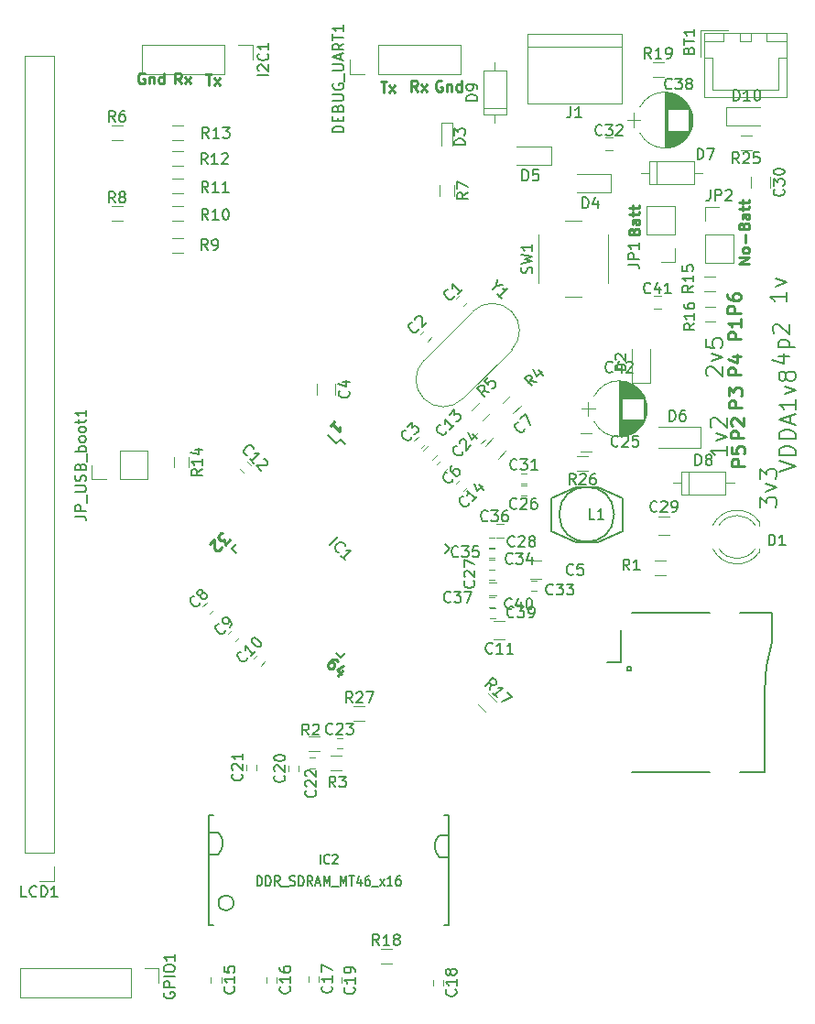
<source format=gto>
G04 #@! TF.GenerationSoftware,KiCad,Pcbnew,(2017-06-28 revision 2237de015)-makepkg*
G04 #@! TF.CreationDate,2017-08-27T19:18:12+05:30*
G04 #@! TF.ProjectId,MyIMX233,4D79494D583233332E6B696361645F70,rev?*
G04 #@! TF.SameCoordinates,Original
G04 #@! TF.FileFunction,Legend,Top*
G04 #@! TF.FilePolarity,Positive*
%FSLAX46Y46*%
G04 Gerber Fmt 4.6, Leading zero omitted, Abs format (unit mm)*
G04 Created by KiCad (PCBNEW (2017-06-28 revision 2237de015)-makepkg) date 08/27/17 19:18:12*
%MOMM*%
%LPD*%
G01*
G04 APERTURE LIST*
%ADD10C,0.100000*%
%ADD11C,0.250000*%
%ADD12C,0.120000*%
%ADD13C,0.150000*%
%ADD14C,0.203200*%
%ADD15C,0.254000*%
G04 APERTURE END LIST*
D10*
D11*
X96737601Y-109320359D02*
X96596050Y-109192906D01*
X96493411Y-109164567D01*
X96426159Y-109168091D01*
X96259794Y-109210528D01*
X96096952Y-109320216D01*
X95842045Y-109603319D01*
X95813707Y-109705958D01*
X95817231Y-109773209D01*
X95856143Y-109872324D01*
X95997695Y-109999777D01*
X96100334Y-110028116D01*
X96167585Y-110024592D01*
X96266700Y-109985679D01*
X96426016Y-109808740D01*
X96454355Y-109706101D01*
X96450831Y-109638850D01*
X96411918Y-109539735D01*
X96270367Y-109412282D01*
X96167728Y-109383943D01*
X96100477Y-109387467D01*
X96001362Y-109426380D01*
X97222315Y-110205341D02*
X96776227Y-110700771D01*
X97300282Y-109762922D02*
X96645392Y-110134423D01*
X97105435Y-110548646D01*
X86748144Y-98112805D02*
X86310412Y-98550538D01*
X86276740Y-98045461D01*
X86175725Y-98146477D01*
X86074709Y-98180148D01*
X86007366Y-98180148D01*
X85906351Y-98146477D01*
X85737992Y-97978118D01*
X85704320Y-97877103D01*
X85704320Y-97809759D01*
X85737992Y-97708744D01*
X85940022Y-97506713D01*
X86041038Y-97473042D01*
X86108381Y-97473042D01*
X85973694Y-98752568D02*
X85973694Y-98819912D01*
X85940022Y-98920927D01*
X85771664Y-99089286D01*
X85670648Y-99122957D01*
X85603305Y-99122957D01*
X85502290Y-99089286D01*
X85434946Y-99021942D01*
X85367603Y-98887255D01*
X85367603Y-98079133D01*
X84929870Y-98516866D01*
X96061587Y-87575648D02*
X96465648Y-87171587D01*
X96263618Y-87373618D02*
X96970725Y-88080725D01*
X96937053Y-87912366D01*
X96937053Y-87777679D01*
X96970725Y-87676664D01*
X78859142Y-54999000D02*
X78763904Y-54951380D01*
X78621047Y-54951380D01*
X78478190Y-54999000D01*
X78382952Y-55094238D01*
X78335333Y-55189476D01*
X78287714Y-55379952D01*
X78287714Y-55522809D01*
X78335333Y-55713285D01*
X78382952Y-55808523D01*
X78478190Y-55903761D01*
X78621047Y-55951380D01*
X78716285Y-55951380D01*
X78859142Y-55903761D01*
X78906761Y-55856142D01*
X78906761Y-55522809D01*
X78716285Y-55522809D01*
X79335333Y-55284714D02*
X79335333Y-55951380D01*
X79335333Y-55379952D02*
X79382952Y-55332333D01*
X79478190Y-55284714D01*
X79621047Y-55284714D01*
X79716285Y-55332333D01*
X79763904Y-55427571D01*
X79763904Y-55951380D01*
X80668666Y-55951380D02*
X80668666Y-54951380D01*
X80668666Y-55903761D02*
X80573428Y-55951380D01*
X80382952Y-55951380D01*
X80287714Y-55903761D01*
X80240095Y-55856142D01*
X80192476Y-55760904D01*
X80192476Y-55475190D01*
X80240095Y-55379952D01*
X80287714Y-55332333D01*
X80382952Y-55284714D01*
X80573428Y-55284714D01*
X80668666Y-55332333D01*
X106354642Y-55697500D02*
X106259404Y-55649880D01*
X106116547Y-55649880D01*
X105973690Y-55697500D01*
X105878452Y-55792738D01*
X105830833Y-55887976D01*
X105783214Y-56078452D01*
X105783214Y-56221309D01*
X105830833Y-56411785D01*
X105878452Y-56507023D01*
X105973690Y-56602261D01*
X106116547Y-56649880D01*
X106211785Y-56649880D01*
X106354642Y-56602261D01*
X106402261Y-56554642D01*
X106402261Y-56221309D01*
X106211785Y-56221309D01*
X106830833Y-55983214D02*
X106830833Y-56649880D01*
X106830833Y-56078452D02*
X106878452Y-56030833D01*
X106973690Y-55983214D01*
X107116547Y-55983214D01*
X107211785Y-56030833D01*
X107259404Y-56126071D01*
X107259404Y-56649880D01*
X108164166Y-56649880D02*
X108164166Y-55649880D01*
X108164166Y-56602261D02*
X108068928Y-56649880D01*
X107878452Y-56649880D01*
X107783214Y-56602261D01*
X107735595Y-56554642D01*
X107687976Y-56459404D01*
X107687976Y-56173690D01*
X107735595Y-56078452D01*
X107783214Y-56030833D01*
X107878452Y-55983214D01*
X108068928Y-55983214D01*
X108164166Y-56030833D01*
X100719023Y-55776880D02*
X101290452Y-55776880D01*
X101004738Y-56776880D02*
X101004738Y-55776880D01*
X101528547Y-56776880D02*
X102052357Y-56110214D01*
X101528547Y-56110214D02*
X102052357Y-56776880D01*
X104108261Y-56649880D02*
X103774928Y-56173690D01*
X103536833Y-56649880D02*
X103536833Y-55649880D01*
X103917785Y-55649880D01*
X104013023Y-55697500D01*
X104060642Y-55745119D01*
X104108261Y-55840357D01*
X104108261Y-55983214D01*
X104060642Y-56078452D01*
X104013023Y-56126071D01*
X103917785Y-56173690D01*
X103536833Y-56173690D01*
X104441595Y-56649880D02*
X104965404Y-55983214D01*
X104441595Y-55983214D02*
X104965404Y-56649880D01*
X82264261Y-55951380D02*
X81930928Y-55475190D01*
X81692833Y-55951380D02*
X81692833Y-54951380D01*
X82073785Y-54951380D01*
X82169023Y-54999000D01*
X82216642Y-55046619D01*
X82264261Y-55141857D01*
X82264261Y-55284714D01*
X82216642Y-55379952D01*
X82169023Y-55427571D01*
X82073785Y-55475190D01*
X81692833Y-55475190D01*
X82597595Y-55951380D02*
X83121404Y-55284714D01*
X82597595Y-55284714D02*
X83121404Y-55951380D01*
X84526523Y-55078380D02*
X85097952Y-55078380D01*
X84812238Y-56078380D02*
X84812238Y-55078380D01*
X85336047Y-56078380D02*
X85859857Y-55411714D01*
X85336047Y-55411714D02*
X85859857Y-56078380D01*
X134818380Y-72603952D02*
X133818380Y-72603952D01*
X134818380Y-72032523D01*
X133818380Y-72032523D01*
X134818380Y-71413476D02*
X134770761Y-71508714D01*
X134723142Y-71556333D01*
X134627904Y-71603952D01*
X134342190Y-71603952D01*
X134246952Y-71556333D01*
X134199333Y-71508714D01*
X134151714Y-71413476D01*
X134151714Y-71270619D01*
X134199333Y-71175380D01*
X134246952Y-71127761D01*
X134342190Y-71080142D01*
X134627904Y-71080142D01*
X134723142Y-71127761D01*
X134770761Y-71175380D01*
X134818380Y-71270619D01*
X134818380Y-71413476D01*
X134437428Y-70651571D02*
X134437428Y-69889666D01*
X134294571Y-69080142D02*
X134342190Y-68937285D01*
X134389809Y-68889666D01*
X134485047Y-68842047D01*
X134627904Y-68842047D01*
X134723142Y-68889666D01*
X134770761Y-68937285D01*
X134818380Y-69032523D01*
X134818380Y-69413476D01*
X133818380Y-69413476D01*
X133818380Y-69080142D01*
X133866000Y-68984904D01*
X133913619Y-68937285D01*
X134008857Y-68889666D01*
X134104095Y-68889666D01*
X134199333Y-68937285D01*
X134246952Y-68984904D01*
X134294571Y-69080142D01*
X134294571Y-69413476D01*
X134818380Y-67984904D02*
X134294571Y-67984904D01*
X134199333Y-68032523D01*
X134151714Y-68127761D01*
X134151714Y-68318238D01*
X134199333Y-68413476D01*
X134770761Y-67984904D02*
X134818380Y-68080142D01*
X134818380Y-68318238D01*
X134770761Y-68413476D01*
X134675523Y-68461095D01*
X134580285Y-68461095D01*
X134485047Y-68413476D01*
X134437428Y-68318238D01*
X134437428Y-68080142D01*
X134389809Y-67984904D01*
X134151714Y-67651571D02*
X134151714Y-67270619D01*
X133818380Y-67508714D02*
X134675523Y-67508714D01*
X134770761Y-67461095D01*
X134818380Y-67365857D01*
X134818380Y-67270619D01*
X134151714Y-67080142D02*
X134151714Y-66699190D01*
X133818380Y-66937285D02*
X134675523Y-66937285D01*
X134770761Y-66889666D01*
X134818380Y-66794428D01*
X134818380Y-66699190D01*
X124134571Y-69595880D02*
X124182190Y-69453023D01*
X124229809Y-69405404D01*
X124325047Y-69357785D01*
X124467904Y-69357785D01*
X124563142Y-69405404D01*
X124610761Y-69453023D01*
X124658380Y-69548261D01*
X124658380Y-69929214D01*
X123658380Y-69929214D01*
X123658380Y-69595880D01*
X123706000Y-69500642D01*
X123753619Y-69453023D01*
X123848857Y-69405404D01*
X123944095Y-69405404D01*
X124039333Y-69453023D01*
X124086952Y-69500642D01*
X124134571Y-69595880D01*
X124134571Y-69929214D01*
X124658380Y-68500642D02*
X124134571Y-68500642D01*
X124039333Y-68548261D01*
X123991714Y-68643500D01*
X123991714Y-68833976D01*
X124039333Y-68929214D01*
X124610761Y-68500642D02*
X124658380Y-68595880D01*
X124658380Y-68833976D01*
X124610761Y-68929214D01*
X124515523Y-68976833D01*
X124420285Y-68976833D01*
X124325047Y-68929214D01*
X124277428Y-68833976D01*
X124277428Y-68595880D01*
X124229809Y-68500642D01*
X123991714Y-68167309D02*
X123991714Y-67786357D01*
X123658380Y-68024452D02*
X124515523Y-68024452D01*
X124610761Y-67976833D01*
X124658380Y-67881595D01*
X124658380Y-67786357D01*
X123991714Y-67595880D02*
X123991714Y-67214928D01*
X123658380Y-67453023D02*
X124515523Y-67453023D01*
X124610761Y-67405404D01*
X124658380Y-67310166D01*
X124658380Y-67214928D01*
D12*
X119913600Y-85354400D02*
X119913600Y-86654400D01*
X119313600Y-86004400D02*
X120513600Y-86004400D01*
X125324600Y-85650400D02*
X125324600Y-86358400D01*
X125284600Y-85445400D02*
X125284600Y-86563400D01*
X125244600Y-85297400D02*
X125244600Y-86711400D01*
X125204600Y-85175400D02*
X125204600Y-86833400D01*
X125164600Y-85070400D02*
X125164600Y-86938400D01*
X125124600Y-84976400D02*
X125124600Y-87032400D01*
X125084600Y-84892400D02*
X125084600Y-87116400D01*
X125044600Y-84815400D02*
X125044600Y-87193400D01*
X125004600Y-84743400D02*
X125004600Y-87265400D01*
X124964600Y-86984400D02*
X124964600Y-87331400D01*
X124964600Y-84677400D02*
X124964600Y-85024400D01*
X124924600Y-86984400D02*
X124924600Y-87394400D01*
X124924600Y-84614400D02*
X124924600Y-85024400D01*
X124884600Y-86984400D02*
X124884600Y-87452400D01*
X124884600Y-84556400D02*
X124884600Y-85024400D01*
X124844600Y-86984400D02*
X124844600Y-87508400D01*
X124844600Y-84500400D02*
X124844600Y-85024400D01*
X124804600Y-86984400D02*
X124804600Y-87560400D01*
X124804600Y-84448400D02*
X124804600Y-85024400D01*
X124764600Y-86984400D02*
X124764600Y-87610400D01*
X124764600Y-84398400D02*
X124764600Y-85024400D01*
X124724600Y-86984400D02*
X124724600Y-87658400D01*
X124724600Y-84350400D02*
X124724600Y-85024400D01*
X124684600Y-86984400D02*
X124684600Y-87703400D01*
X124684600Y-84305400D02*
X124684600Y-85024400D01*
X124644600Y-86984400D02*
X124644600Y-87746400D01*
X124644600Y-84262400D02*
X124644600Y-85024400D01*
X124604600Y-86984400D02*
X124604600Y-87787400D01*
X124604600Y-84221400D02*
X124604600Y-85024400D01*
X124564600Y-86984400D02*
X124564600Y-87827400D01*
X124564600Y-84181400D02*
X124564600Y-85024400D01*
X124524600Y-86984400D02*
X124524600Y-87865400D01*
X124524600Y-84143400D02*
X124524600Y-85024400D01*
X124484600Y-86984400D02*
X124484600Y-87901400D01*
X124484600Y-84107400D02*
X124484600Y-85024400D01*
X124444600Y-86984400D02*
X124444600Y-87936400D01*
X124444600Y-84072400D02*
X124444600Y-85024400D01*
X124404600Y-86984400D02*
X124404600Y-87969400D01*
X124404600Y-84039400D02*
X124404600Y-85024400D01*
X124364600Y-86984400D02*
X124364600Y-88001400D01*
X124364600Y-84007400D02*
X124364600Y-85024400D01*
X124324600Y-86984400D02*
X124324600Y-88032400D01*
X124324600Y-83976400D02*
X124324600Y-85024400D01*
X124284600Y-86984400D02*
X124284600Y-88062400D01*
X124284600Y-83946400D02*
X124284600Y-85024400D01*
X124244600Y-86984400D02*
X124244600Y-88090400D01*
X124244600Y-83918400D02*
X124244600Y-85024400D01*
X124204600Y-86984400D02*
X124204600Y-88117400D01*
X124204600Y-83891400D02*
X124204600Y-85024400D01*
X124164600Y-86984400D02*
X124164600Y-88144400D01*
X124164600Y-83864400D02*
X124164600Y-85024400D01*
X124124600Y-86984400D02*
X124124600Y-88169400D01*
X124124600Y-83839400D02*
X124124600Y-85024400D01*
X124084600Y-86984400D02*
X124084600Y-88193400D01*
X124084600Y-83815400D02*
X124084600Y-85024400D01*
X124044600Y-86984400D02*
X124044600Y-88216400D01*
X124044600Y-83792400D02*
X124044600Y-85024400D01*
X124004600Y-86984400D02*
X124004600Y-88238400D01*
X124004600Y-83770400D02*
X124004600Y-85024400D01*
X123964600Y-86984400D02*
X123964600Y-88260400D01*
X123964600Y-83748400D02*
X123964600Y-85024400D01*
X123924600Y-86984400D02*
X123924600Y-88280400D01*
X123924600Y-83728400D02*
X123924600Y-85024400D01*
X123884600Y-86984400D02*
X123884600Y-88300400D01*
X123884600Y-83708400D02*
X123884600Y-85024400D01*
X123844600Y-86984400D02*
X123844600Y-88319400D01*
X123844600Y-83689400D02*
X123844600Y-85024400D01*
X123804600Y-86984400D02*
X123804600Y-88337400D01*
X123804600Y-83671400D02*
X123804600Y-85024400D01*
X123764600Y-86984400D02*
X123764600Y-88354400D01*
X123764600Y-83654400D02*
X123764600Y-85024400D01*
X123724600Y-86984400D02*
X123724600Y-88370400D01*
X123724600Y-83638400D02*
X123724600Y-85024400D01*
X123684600Y-86984400D02*
X123684600Y-88386400D01*
X123684600Y-83622400D02*
X123684600Y-85024400D01*
X123644600Y-86984400D02*
X123644600Y-88400400D01*
X123644600Y-83608400D02*
X123644600Y-85024400D01*
X123604600Y-86984400D02*
X123604600Y-88414400D01*
X123604600Y-83594400D02*
X123604600Y-85024400D01*
X123564600Y-86984400D02*
X123564600Y-88428400D01*
X123564600Y-83580400D02*
X123564600Y-85024400D01*
X123524600Y-86984400D02*
X123524600Y-88440400D01*
X123524600Y-83568400D02*
X123524600Y-85024400D01*
X123484600Y-86984400D02*
X123484600Y-88452400D01*
X123484600Y-83556400D02*
X123484600Y-85024400D01*
X123443600Y-86984400D02*
X123443600Y-88464400D01*
X123443600Y-83544400D02*
X123443600Y-85024400D01*
X123403600Y-86984400D02*
X123403600Y-88474400D01*
X123403600Y-83534400D02*
X123403600Y-85024400D01*
X123363600Y-86984400D02*
X123363600Y-88484400D01*
X123363600Y-83524400D02*
X123363600Y-85024400D01*
X123323600Y-86984400D02*
X123323600Y-88493400D01*
X123323600Y-83515400D02*
X123323600Y-85024400D01*
X123283600Y-86984400D02*
X123283600Y-88502400D01*
X123283600Y-83506400D02*
X123283600Y-85024400D01*
X123243600Y-86984400D02*
X123243600Y-88510400D01*
X123243600Y-83498400D02*
X123243600Y-85024400D01*
X123203600Y-86984400D02*
X123203600Y-88517400D01*
X123203600Y-83491400D02*
X123203600Y-85024400D01*
X123163600Y-86984400D02*
X123163600Y-88523400D01*
X123163600Y-83485400D02*
X123163600Y-85024400D01*
X123123600Y-86984400D02*
X123123600Y-88529400D01*
X123123600Y-83479400D02*
X123123600Y-85024400D01*
X123083600Y-86984400D02*
X123083600Y-88535400D01*
X123083600Y-83473400D02*
X123083600Y-85024400D01*
X123043600Y-86984400D02*
X123043600Y-88539400D01*
X123043600Y-83469400D02*
X123043600Y-85024400D01*
X123003600Y-83465400D02*
X123003600Y-88543400D01*
X122963600Y-83461400D02*
X122963600Y-88547400D01*
X122923600Y-83458400D02*
X122923600Y-88550400D01*
X122883600Y-83456400D02*
X122883600Y-88552400D01*
X122843600Y-83455400D02*
X122843600Y-88553400D01*
X122803600Y-83454400D02*
X122803600Y-88554400D01*
X122763600Y-83454400D02*
X122763600Y-88554400D01*
X125069322Y-87184123D02*
G75*
G03X125069180Y-84824400I-2305722J1179723D01*
G01*
X125069322Y-87184123D02*
G75*
G02X120458020Y-87184400I-2305722J1179723D01*
G01*
X125069322Y-84824677D02*
G75*
G03X120458020Y-84824400I-2305722J-1179723D01*
G01*
X98242500Y-113493000D02*
X99242500Y-113493000D01*
X99242500Y-114853000D02*
X98242500Y-114853000D01*
X134993000Y-62084500D02*
X133993000Y-62084500D01*
X133993000Y-60724500D02*
X134993000Y-60724500D01*
X119880000Y-91764400D02*
X118880000Y-91764400D01*
X118880000Y-90404400D02*
X119880000Y-90404400D01*
X132656500Y-58078000D02*
X135806500Y-58078000D01*
X132656500Y-59778000D02*
X135806500Y-59778000D01*
X132656500Y-58078000D02*
X132656500Y-59778000D01*
X126654000Y-76736500D02*
X125954000Y-76736500D01*
X125954000Y-75536500D02*
X126654000Y-75536500D01*
X126235000Y-63138500D02*
X126235000Y-65258500D01*
X130465000Y-64198500D02*
X129695000Y-64198500D01*
X124805000Y-64198500D02*
X125575000Y-64198500D01*
X129695000Y-63138500D02*
X125575000Y-63138500D01*
X129695000Y-65258500D02*
X129695000Y-63138500D01*
X125575000Y-65258500D02*
X129695000Y-65258500D01*
X125575000Y-63138500D02*
X125575000Y-65258500D01*
X128496000Y-91777000D02*
X128496000Y-93897000D01*
X128496000Y-93897000D02*
X132616000Y-93897000D01*
X132616000Y-93897000D02*
X132616000Y-91777000D01*
X132616000Y-91777000D02*
X128496000Y-91777000D01*
X127726000Y-92837000D02*
X128496000Y-92837000D01*
X133386000Y-92837000D02*
X132616000Y-92837000D01*
X129156000Y-91777000D02*
X129156000Y-93897000D01*
X110192000Y-58169000D02*
X112312000Y-58169000D01*
X111252000Y-53939000D02*
X111252000Y-54709000D01*
X111252000Y-59599000D02*
X111252000Y-58829000D01*
X110192000Y-54709000D02*
X110192000Y-58829000D01*
X112312000Y-54709000D02*
X110192000Y-54709000D01*
X112312000Y-58829000D02*
X112312000Y-54709000D01*
X110192000Y-58829000D02*
X112312000Y-58829000D01*
X125865000Y-53930000D02*
X126865000Y-53930000D01*
X126865000Y-55290000D02*
X125865000Y-55290000D01*
X124130000Y-58659000D02*
X124130000Y-59959000D01*
X123530000Y-59309000D02*
X124730000Y-59309000D01*
X129541000Y-58955000D02*
X129541000Y-59663000D01*
X129501000Y-58750000D02*
X129501000Y-59868000D01*
X129461000Y-58602000D02*
X129461000Y-60016000D01*
X129421000Y-58480000D02*
X129421000Y-60138000D01*
X129381000Y-58375000D02*
X129381000Y-60243000D01*
X129341000Y-58281000D02*
X129341000Y-60337000D01*
X129301000Y-58197000D02*
X129301000Y-60421000D01*
X129261000Y-58120000D02*
X129261000Y-60498000D01*
X129221000Y-58048000D02*
X129221000Y-60570000D01*
X129181000Y-60289000D02*
X129181000Y-60636000D01*
X129181000Y-57982000D02*
X129181000Y-58329000D01*
X129141000Y-60289000D02*
X129141000Y-60699000D01*
X129141000Y-57919000D02*
X129141000Y-58329000D01*
X129101000Y-60289000D02*
X129101000Y-60757000D01*
X129101000Y-57861000D02*
X129101000Y-58329000D01*
X129061000Y-60289000D02*
X129061000Y-60813000D01*
X129061000Y-57805000D02*
X129061000Y-58329000D01*
X129021000Y-60289000D02*
X129021000Y-60865000D01*
X129021000Y-57753000D02*
X129021000Y-58329000D01*
X128981000Y-60289000D02*
X128981000Y-60915000D01*
X128981000Y-57703000D02*
X128981000Y-58329000D01*
X128941000Y-60289000D02*
X128941000Y-60963000D01*
X128941000Y-57655000D02*
X128941000Y-58329000D01*
X128901000Y-60289000D02*
X128901000Y-61008000D01*
X128901000Y-57610000D02*
X128901000Y-58329000D01*
X128861000Y-60289000D02*
X128861000Y-61051000D01*
X128861000Y-57567000D02*
X128861000Y-58329000D01*
X128821000Y-60289000D02*
X128821000Y-61092000D01*
X128821000Y-57526000D02*
X128821000Y-58329000D01*
X128781000Y-60289000D02*
X128781000Y-61132000D01*
X128781000Y-57486000D02*
X128781000Y-58329000D01*
X128741000Y-60289000D02*
X128741000Y-61170000D01*
X128741000Y-57448000D02*
X128741000Y-58329000D01*
X128701000Y-60289000D02*
X128701000Y-61206000D01*
X128701000Y-57412000D02*
X128701000Y-58329000D01*
X128661000Y-60289000D02*
X128661000Y-61241000D01*
X128661000Y-57377000D02*
X128661000Y-58329000D01*
X128621000Y-60289000D02*
X128621000Y-61274000D01*
X128621000Y-57344000D02*
X128621000Y-58329000D01*
X128581000Y-60289000D02*
X128581000Y-61306000D01*
X128581000Y-57312000D02*
X128581000Y-58329000D01*
X128541000Y-60289000D02*
X128541000Y-61337000D01*
X128541000Y-57281000D02*
X128541000Y-58329000D01*
X128501000Y-60289000D02*
X128501000Y-61367000D01*
X128501000Y-57251000D02*
X128501000Y-58329000D01*
X128461000Y-60289000D02*
X128461000Y-61395000D01*
X128461000Y-57223000D02*
X128461000Y-58329000D01*
X128421000Y-60289000D02*
X128421000Y-61422000D01*
X128421000Y-57196000D02*
X128421000Y-58329000D01*
X128381000Y-60289000D02*
X128381000Y-61449000D01*
X128381000Y-57169000D02*
X128381000Y-58329000D01*
X128341000Y-60289000D02*
X128341000Y-61474000D01*
X128341000Y-57144000D02*
X128341000Y-58329000D01*
X128301000Y-60289000D02*
X128301000Y-61498000D01*
X128301000Y-57120000D02*
X128301000Y-58329000D01*
X128261000Y-60289000D02*
X128261000Y-61521000D01*
X128261000Y-57097000D02*
X128261000Y-58329000D01*
X128221000Y-60289000D02*
X128221000Y-61543000D01*
X128221000Y-57075000D02*
X128221000Y-58329000D01*
X128181000Y-60289000D02*
X128181000Y-61565000D01*
X128181000Y-57053000D02*
X128181000Y-58329000D01*
X128141000Y-60289000D02*
X128141000Y-61585000D01*
X128141000Y-57033000D02*
X128141000Y-58329000D01*
X128101000Y-60289000D02*
X128101000Y-61605000D01*
X128101000Y-57013000D02*
X128101000Y-58329000D01*
X128061000Y-60289000D02*
X128061000Y-61624000D01*
X128061000Y-56994000D02*
X128061000Y-58329000D01*
X128021000Y-60289000D02*
X128021000Y-61642000D01*
X128021000Y-56976000D02*
X128021000Y-58329000D01*
X127981000Y-60289000D02*
X127981000Y-61659000D01*
X127981000Y-56959000D02*
X127981000Y-58329000D01*
X127941000Y-60289000D02*
X127941000Y-61675000D01*
X127941000Y-56943000D02*
X127941000Y-58329000D01*
X127901000Y-60289000D02*
X127901000Y-61691000D01*
X127901000Y-56927000D02*
X127901000Y-58329000D01*
X127861000Y-60289000D02*
X127861000Y-61705000D01*
X127861000Y-56913000D02*
X127861000Y-58329000D01*
X127821000Y-60289000D02*
X127821000Y-61719000D01*
X127821000Y-56899000D02*
X127821000Y-58329000D01*
X127781000Y-60289000D02*
X127781000Y-61733000D01*
X127781000Y-56885000D02*
X127781000Y-58329000D01*
X127741000Y-60289000D02*
X127741000Y-61745000D01*
X127741000Y-56873000D02*
X127741000Y-58329000D01*
X127701000Y-60289000D02*
X127701000Y-61757000D01*
X127701000Y-56861000D02*
X127701000Y-58329000D01*
X127660000Y-60289000D02*
X127660000Y-61769000D01*
X127660000Y-56849000D02*
X127660000Y-58329000D01*
X127620000Y-60289000D02*
X127620000Y-61779000D01*
X127620000Y-56839000D02*
X127620000Y-58329000D01*
X127580000Y-60289000D02*
X127580000Y-61789000D01*
X127580000Y-56829000D02*
X127580000Y-58329000D01*
X127540000Y-60289000D02*
X127540000Y-61798000D01*
X127540000Y-56820000D02*
X127540000Y-58329000D01*
X127500000Y-60289000D02*
X127500000Y-61807000D01*
X127500000Y-56811000D02*
X127500000Y-58329000D01*
X127460000Y-60289000D02*
X127460000Y-61815000D01*
X127460000Y-56803000D02*
X127460000Y-58329000D01*
X127420000Y-60289000D02*
X127420000Y-61822000D01*
X127420000Y-56796000D02*
X127420000Y-58329000D01*
X127380000Y-60289000D02*
X127380000Y-61828000D01*
X127380000Y-56790000D02*
X127380000Y-58329000D01*
X127340000Y-60289000D02*
X127340000Y-61834000D01*
X127340000Y-56784000D02*
X127340000Y-58329000D01*
X127300000Y-60289000D02*
X127300000Y-61840000D01*
X127300000Y-56778000D02*
X127300000Y-58329000D01*
X127260000Y-60289000D02*
X127260000Y-61844000D01*
X127260000Y-56774000D02*
X127260000Y-58329000D01*
X127220000Y-56770000D02*
X127220000Y-61848000D01*
X127180000Y-56766000D02*
X127180000Y-61852000D01*
X127140000Y-56763000D02*
X127140000Y-61855000D01*
X127100000Y-56761000D02*
X127100000Y-61857000D01*
X127060000Y-56760000D02*
X127060000Y-61858000D01*
X127020000Y-56759000D02*
X127020000Y-61859000D01*
X126980000Y-56759000D02*
X126980000Y-61859000D01*
X129285722Y-60488723D02*
G75*
G03X129285580Y-58129000I-2305722J1179723D01*
G01*
X129285722Y-60488723D02*
G75*
G02X124674420Y-60489000I-2305722J1179723D01*
G01*
X129285722Y-58129277D02*
G75*
G03X124674420Y-58129000I-2305722J-1179723D01*
G01*
X130266000Y-89646000D02*
X126366000Y-89646000D01*
X130266000Y-87646000D02*
X126366000Y-87646000D01*
X130266000Y-89646000D02*
X130266000Y-87646000D01*
X110426221Y-113991386D02*
X109719114Y-113284279D01*
X110680779Y-112322614D02*
X111387886Y-113029721D01*
X100719000Y-135908500D02*
X101719000Y-135908500D01*
X101719000Y-137268500D02*
X100719000Y-137268500D01*
D13*
X122928000Y-109425000D02*
X122928000Y-106425000D01*
X123828000Y-109875000D02*
X123528000Y-109875000D01*
X123828000Y-110175000D02*
X123828000Y-109875000D01*
X123528000Y-110175000D02*
X123828000Y-110175000D01*
X123528000Y-109875000D02*
X123528000Y-110175000D01*
X123928000Y-104875000D02*
X131128000Y-104875000D01*
X136928000Y-104875000D02*
X133928000Y-104875000D01*
X136928000Y-107575000D02*
X136928000Y-104875000D01*
X133928000Y-119575000D02*
X136228000Y-119575000D01*
X131128000Y-119575000D02*
X123928000Y-119575000D01*
X122928000Y-109425000D02*
X121628000Y-109425000D01*
X136628000Y-108625000D02*
X136928000Y-107575000D01*
X136428000Y-109725000D02*
X136628000Y-108625000D01*
X136278000Y-110875000D02*
X136428000Y-109725000D01*
X136228000Y-112225000D02*
X136278000Y-110875000D01*
X136228000Y-119575000D02*
X136228000Y-112225000D01*
X96625019Y-89196209D02*
X95864879Y-88436070D01*
X107072522Y-98901250D02*
X106648258Y-98476986D01*
X96996250Y-108977522D02*
X96571986Y-108553258D01*
X86919978Y-98901250D02*
X87344242Y-99325514D01*
X96996250Y-88824978D02*
X97420514Y-89249242D01*
X86919978Y-98901250D02*
X87344242Y-98476986D01*
X96996250Y-108977522D02*
X97420514Y-108553258D01*
X107072522Y-98901250D02*
X106648258Y-99325514D01*
X96996250Y-88824978D02*
X96625019Y-89196209D01*
D12*
X104716474Y-81514137D02*
G75*
G03X108287362Y-85085027I1785444J-1785445D01*
G01*
X109241956Y-76988655D02*
G75*
G02X112812846Y-80559543I1785445J-1785444D01*
G01*
X109241957Y-76988654D02*
X104716473Y-81514138D01*
X112812846Y-80559543D02*
X108287362Y-85085027D01*
X73981000Y-92516000D02*
X73981000Y-91186000D01*
X75311000Y-92516000D02*
X73981000Y-92516000D01*
X76581000Y-92516000D02*
X76581000Y-89856000D01*
X76581000Y-89856000D02*
X79181000Y-89856000D01*
X76581000Y-92516000D02*
X79181000Y-92516000D01*
X79181000Y-92516000D02*
X79181000Y-89856000D01*
X127949000Y-72450000D02*
X126619000Y-72450000D01*
X127949000Y-71120000D02*
X127949000Y-72450000D01*
X127949000Y-69850000D02*
X125289000Y-69850000D01*
X125289000Y-69850000D02*
X125289000Y-67250000D01*
X127949000Y-69850000D02*
X127949000Y-67250000D01*
X127949000Y-67250000D02*
X125289000Y-67250000D01*
X130627500Y-73805500D02*
X131627500Y-73805500D01*
X131627500Y-75165500D02*
X130627500Y-75165500D01*
X131679000Y-77896000D02*
X130679000Y-77896000D01*
X130679000Y-76536000D02*
X131679000Y-76536000D01*
X122968000Y-51342000D02*
X114268000Y-51342000D01*
X122968000Y-57752000D02*
X114268000Y-57752000D01*
X114268000Y-57752000D02*
X114268000Y-51342000D01*
X114268000Y-52572000D02*
X122968000Y-52572000D01*
X122968000Y-51342000D02*
X122968000Y-57752000D01*
X75827000Y-59772000D02*
X76827000Y-59772000D01*
X76827000Y-61132000D02*
X75827000Y-61132000D01*
X82976000Y-90432000D02*
X82976000Y-91432000D01*
X81616000Y-91432000D02*
X81616000Y-90432000D01*
X81415000Y-59772000D02*
X82415000Y-59772000D01*
X82415000Y-61132000D02*
X81415000Y-61132000D01*
X75827000Y-67265000D02*
X76827000Y-67265000D01*
X76827000Y-68625000D02*
X75827000Y-68625000D01*
X81415000Y-70186000D02*
X82415000Y-70186000D01*
X82415000Y-71546000D02*
X81415000Y-71546000D01*
X82415000Y-63545000D02*
X81415000Y-63545000D01*
X81415000Y-62185000D02*
X82415000Y-62185000D01*
X81415000Y-67265000D02*
X82415000Y-67265000D01*
X82415000Y-68625000D02*
X81415000Y-68625000D01*
X82415000Y-66085000D02*
X81415000Y-66085000D01*
X81415000Y-64725000D02*
X82415000Y-64725000D01*
X121998500Y-66001000D02*
X121998500Y-64301000D01*
X121998500Y-64301000D02*
X118848500Y-64301000D01*
X121998500Y-66001000D02*
X118848500Y-66001000D01*
X116454000Y-63461000D02*
X113304000Y-63461000D01*
X116454000Y-61761000D02*
X113304000Y-61761000D01*
X116454000Y-63461000D02*
X116454000Y-61761000D01*
X107307000Y-59571000D02*
X107307000Y-61671000D01*
X106307000Y-59571000D02*
X106307000Y-61671000D01*
X107307000Y-59571000D02*
X106307000Y-59571000D01*
X106190500Y-66349500D02*
X106190500Y-65349500D01*
X107550500Y-65349500D02*
X107550500Y-66349500D01*
X87692383Y-91532063D02*
X88045937Y-91885617D01*
X88710617Y-91220937D02*
X88357063Y-90867383D01*
X111248000Y-103416000D02*
X110748000Y-103416000D01*
X110748000Y-104356000D02*
X111248000Y-104356000D01*
X111311500Y-104432000D02*
X110811500Y-104432000D01*
X110811500Y-105372000D02*
X111311500Y-105372000D01*
X97083500Y-119425000D02*
X96083500Y-119425000D01*
X96083500Y-118065000D02*
X97083500Y-118065000D01*
X95051500Y-117647000D02*
X94051500Y-117647000D01*
X94051500Y-116287000D02*
X95051500Y-116287000D01*
X110010563Y-89218617D02*
X110364117Y-88865063D01*
X109699437Y-88200383D02*
X109345883Y-88553937D01*
X110711500Y-102079500D02*
X111411500Y-102079500D01*
X111411500Y-103279500D02*
X110711500Y-103279500D01*
X111410000Y-96682000D02*
X112110000Y-96682000D01*
X112110000Y-97882000D02*
X111410000Y-97882000D01*
X121464500Y-60931500D02*
X122164500Y-60931500D01*
X122164500Y-62131500D02*
X121464500Y-62131500D01*
X105954751Y-90219777D02*
X105459777Y-90714751D01*
X104611249Y-89866223D02*
X105106223Y-89371249D01*
X115121500Y-101892000D02*
X114621500Y-101892000D01*
X114621500Y-102832000D02*
X115121500Y-102832000D01*
X111248000Y-98844000D02*
X110748000Y-98844000D01*
X110748000Y-99784000D02*
X111248000Y-99784000D01*
X110748000Y-100863500D02*
X111248000Y-100863500D01*
X111248000Y-99923500D02*
X110748000Y-99923500D01*
X113703200Y-92926000D02*
X114203200Y-92926000D01*
X114203200Y-91986000D02*
X113703200Y-91986000D01*
X134989200Y-64554800D02*
X134989200Y-65554800D01*
X136689200Y-65554800D02*
X136689200Y-64554800D01*
X130309500Y-50971000D02*
X130309500Y-53471000D01*
X132809500Y-50971000D02*
X130309500Y-50971000D01*
X137459500Y-56471000D02*
X134409500Y-56471000D01*
X137459500Y-53521000D02*
X137459500Y-56471000D01*
X138209500Y-53521000D02*
X137459500Y-53521000D01*
X131359500Y-56471000D02*
X134409500Y-56471000D01*
X131359500Y-53521000D02*
X131359500Y-56471000D01*
X130609500Y-53521000D02*
X131359500Y-53521000D01*
X138209500Y-51271000D02*
X136409500Y-51271000D01*
X138209500Y-52021000D02*
X138209500Y-51271000D01*
X136409500Y-52021000D02*
X138209500Y-52021000D01*
X136409500Y-51271000D02*
X136409500Y-52021000D01*
X132409500Y-51271000D02*
X130609500Y-51271000D01*
X132409500Y-52021000D02*
X132409500Y-51271000D01*
X130609500Y-52021000D02*
X132409500Y-52021000D01*
X130609500Y-51271000D02*
X130609500Y-52021000D01*
X134909500Y-51271000D02*
X133909500Y-51271000D01*
X134909500Y-52021000D02*
X134909500Y-51271000D01*
X133909500Y-52021000D02*
X134909500Y-52021000D01*
X133909500Y-51271000D02*
X133909500Y-52021000D01*
X138209500Y-51271000D02*
X130609500Y-51271000D01*
X138209500Y-57221000D02*
X138209500Y-51271000D01*
X130609500Y-57221000D02*
X138209500Y-57221000D01*
X130609500Y-51271000D02*
X130609500Y-57221000D01*
X123927500Y-83604500D02*
X123927500Y-80454500D01*
X125627500Y-83604500D02*
X125627500Y-80454500D01*
X123927500Y-83604500D02*
X125627500Y-83604500D01*
X110816386Y-86360279D02*
X110109279Y-87067386D01*
X109147614Y-86105721D02*
X109854721Y-85398614D01*
X113673886Y-85725279D02*
X112966779Y-86432386D01*
X112005114Y-85470721D02*
X112712221Y-84763614D01*
X126055500Y-100031000D02*
X127055500Y-100031000D01*
X127055500Y-101391000D02*
X126055500Y-101391000D01*
X126393000Y-97687500D02*
X127393000Y-97687500D01*
X127393000Y-95987500D02*
X126393000Y-95987500D01*
D14*
X87124794Y-131682490D02*
G75*
G03X87124794Y-131682490I-707644J0D01*
G01*
X85667850Y-127181610D02*
X84916010Y-127181610D01*
X85667850Y-125182630D02*
X84916010Y-125182630D01*
X106165650Y-127433070D02*
X106917490Y-127433070D01*
X106165650Y-125431550D02*
X106917490Y-125431550D01*
X106119930Y-125431550D02*
G75*
G03X106119930Y-127433070I1000760J-1000760D01*
G01*
X85713570Y-127184150D02*
G75*
G03X85713570Y-125182630I-1000760J1000760D01*
G01*
X84816950Y-133762750D02*
X85266530Y-133762750D01*
X107016550Y-133762750D02*
X106566970Y-133762750D01*
X107016550Y-123602750D02*
X106566970Y-123602750D01*
X84816950Y-123602750D02*
X85266530Y-123602750D01*
X84806790Y-123602750D02*
X84806790Y-133762750D01*
X107026710Y-123602750D02*
X107026710Y-133762750D01*
D12*
X97857000Y-55051000D02*
X97857000Y-53721000D01*
X99187000Y-55051000D02*
X97857000Y-55051000D01*
X100457000Y-52391000D02*
X100457000Y-55051000D01*
X108137000Y-52391000D02*
X100457000Y-52391000D01*
X108137000Y-55051000D02*
X108137000Y-52391000D01*
X100457000Y-55051000D02*
X108137000Y-55051000D01*
X130686500Y-67313500D02*
X132016500Y-67313500D01*
X130686500Y-68643500D02*
X130686500Y-67313500D01*
X133346500Y-69913500D02*
X130686500Y-69913500D01*
X133346500Y-72513500D02*
X133346500Y-69913500D01*
X130686500Y-72513500D02*
X133346500Y-72513500D01*
X130686500Y-69913500D02*
X130686500Y-72513500D01*
D13*
X122301000Y-95758000D02*
G75*
G03X122301000Y-95758000I-2540000J0D01*
G01*
X120777000Y-98298000D02*
X119761000Y-98298000D01*
X123063000Y-97282000D02*
X120777000Y-98298000D01*
X123063000Y-94234000D02*
X123063000Y-97282000D01*
X120777000Y-93218000D02*
X123063000Y-94234000D01*
X118745000Y-93218000D02*
X120777000Y-93218000D01*
X116459000Y-94234000D02*
X118745000Y-93218000D01*
X116459000Y-97282000D02*
X116459000Y-94234000D01*
X118745000Y-98298000D02*
X116459000Y-97282000D01*
X119761000Y-98298000D02*
X118745000Y-98298000D01*
D12*
X113669000Y-94005500D02*
X114169000Y-94005500D01*
X114169000Y-93065500D02*
X113669000Y-93065500D01*
X111248000Y-100876000D02*
X110748000Y-100876000D01*
X110748000Y-101816000D02*
X111248000Y-101816000D01*
X110748000Y-98895000D02*
X111248000Y-98895000D01*
X111248000Y-97955000D02*
X110748000Y-97955000D01*
X120204800Y-88253200D02*
X119204800Y-88253200D01*
X119204800Y-89953200D02*
X120204800Y-89953200D01*
X70481500Y-129663500D02*
X69151500Y-129663500D01*
X70481500Y-128333500D02*
X70481500Y-129663500D01*
X67821500Y-127063500D02*
X70481500Y-127063500D01*
X67821500Y-53343500D02*
X67821500Y-127063500D01*
X70481500Y-53343500D02*
X67821500Y-53343500D01*
X70481500Y-127063500D02*
X70481500Y-53343500D01*
X84928063Y-104966617D02*
X85281617Y-104613063D01*
X84616937Y-103948383D02*
X84263383Y-104301937D01*
X80197000Y-137735000D02*
X80197000Y-139065000D01*
X78867000Y-137735000D02*
X80197000Y-137735000D01*
X77597000Y-140395000D02*
X77597000Y-137735000D01*
X67377000Y-140395000D02*
X77597000Y-140395000D01*
X67377000Y-137735000D02*
X67377000Y-140395000D01*
X77597000Y-137735000D02*
X67377000Y-137735000D01*
X108048437Y-75500383D02*
X107694883Y-75853937D01*
X108359563Y-76518617D02*
X108713117Y-76165063D01*
X92208250Y-119003000D02*
X92208250Y-119503000D01*
X93148250Y-119503000D02*
X93148250Y-119003000D01*
X96145250Y-138592750D02*
X96145250Y-139092750D01*
X97085250Y-139092750D02*
X97085250Y-138592750D01*
X106483250Y-139283250D02*
X106483250Y-138783250D01*
X105543250Y-138783250D02*
X105543250Y-139283250D01*
X94049750Y-138465750D02*
X94049750Y-138965750D01*
X94989750Y-138965750D02*
X94989750Y-138465750D01*
X91116250Y-139029250D02*
X91116250Y-138529250D01*
X90176250Y-138529250D02*
X90176250Y-139029250D01*
X96651000Y-117373500D02*
X97151000Y-117373500D01*
X97151000Y-116433500D02*
X96651000Y-116433500D01*
X108359563Y-93600117D02*
X108713117Y-93246563D01*
X108048437Y-92581883D02*
X107694883Y-92935437D01*
X89627063Y-109729117D02*
X89980617Y-109375563D01*
X89315937Y-108710883D02*
X88962383Y-109064437D01*
X86966437Y-106488383D02*
X86612883Y-106841937D01*
X87277563Y-107506617D02*
X87631117Y-107153063D01*
X106581563Y-91822117D02*
X106935117Y-91468563D01*
X106270437Y-90803883D02*
X105916883Y-91157437D01*
X104486063Y-89599617D02*
X104839617Y-89246063D01*
X104174937Y-88581383D02*
X103821383Y-88934937D01*
X105057563Y-79757117D02*
X105411117Y-79403563D01*
X104746437Y-78738883D02*
X104392883Y-79092437D01*
X85032750Y-138529250D02*
X85032750Y-139029250D01*
X85972750Y-139029250D02*
X85972750Y-138529250D01*
X88303000Y-118876000D02*
X88303000Y-119376000D01*
X89243000Y-119376000D02*
X89243000Y-118876000D01*
X94174500Y-119215000D02*
X94674500Y-119215000D01*
X94674500Y-118275000D02*
X94174500Y-118275000D01*
X119277000Y-68647500D02*
X117777000Y-68647500D01*
X115277000Y-69897500D02*
X115277000Y-74397500D01*
X117777000Y-75647500D02*
X119277000Y-75647500D01*
X121777000Y-74397500D02*
X121777000Y-69897500D01*
X111196500Y-107276000D02*
X112196500Y-107276000D01*
X112196500Y-105576000D02*
X111196500Y-105576000D01*
X111557870Y-90616594D02*
X112264977Y-89909487D01*
X111062896Y-88707406D02*
X110355789Y-89414513D01*
X114562000Y-101688000D02*
X115562000Y-101688000D01*
X115562000Y-99988000D02*
X114562000Y-99988000D01*
X94781000Y-83681000D02*
X94781000Y-84681000D01*
X96481000Y-84681000D02*
X96481000Y-83681000D01*
X135727500Y-96773500D02*
X135727500Y-96454500D01*
X135727500Y-99252500D02*
X135727500Y-98933500D01*
X131984787Y-96772539D02*
G75*
G02X135350830Y-96773500I1682713J-1080961D01*
G01*
X131984787Y-98934461D02*
G75*
G03X135350830Y-98933500I1682713J1080961D01*
G01*
X131424258Y-96772776D02*
G75*
G02X135727500Y-96454751I2243242J-1080724D01*
G01*
X131424258Y-98934224D02*
G75*
G03X135727500Y-99252249I2243242J1080724D01*
G01*
X88896500Y-52391000D02*
X88896500Y-53721000D01*
X87566500Y-52391000D02*
X88896500Y-52391000D01*
X86296500Y-55051000D02*
X86296500Y-52391000D01*
X78616500Y-55051000D02*
X86296500Y-55051000D01*
X78616500Y-52391000D02*
X78616500Y-55051000D01*
X86296500Y-52391000D02*
X78616500Y-52391000D01*
D13*
X122120742Y-82551542D02*
X122073123Y-82599161D01*
X121930266Y-82646780D01*
X121835028Y-82646780D01*
X121692171Y-82599161D01*
X121596933Y-82503923D01*
X121549314Y-82408685D01*
X121501695Y-82218209D01*
X121501695Y-82075352D01*
X121549314Y-81884876D01*
X121596933Y-81789638D01*
X121692171Y-81694400D01*
X121835028Y-81646780D01*
X121930266Y-81646780D01*
X122073123Y-81694400D01*
X122120742Y-81742019D01*
X122977885Y-81980114D02*
X122977885Y-82646780D01*
X122739790Y-81599161D02*
X122501695Y-82313447D01*
X123120742Y-82313447D01*
X123454076Y-81742019D02*
X123501695Y-81694400D01*
X123596933Y-81646780D01*
X123835028Y-81646780D01*
X123930266Y-81694400D01*
X123977885Y-81742019D01*
X124025504Y-81837257D01*
X124025504Y-81932495D01*
X123977885Y-82075352D01*
X123406457Y-82646780D01*
X124025504Y-82646780D01*
X98099642Y-113175380D02*
X97766309Y-112699190D01*
X97528214Y-113175380D02*
X97528214Y-112175380D01*
X97909166Y-112175380D01*
X98004404Y-112223000D01*
X98052023Y-112270619D01*
X98099642Y-112365857D01*
X98099642Y-112508714D01*
X98052023Y-112603952D01*
X98004404Y-112651571D01*
X97909166Y-112699190D01*
X97528214Y-112699190D01*
X98480595Y-112270619D02*
X98528214Y-112223000D01*
X98623452Y-112175380D01*
X98861547Y-112175380D01*
X98956785Y-112223000D01*
X99004404Y-112270619D01*
X99052023Y-112365857D01*
X99052023Y-112461095D01*
X99004404Y-112603952D01*
X98432976Y-113175380D01*
X99052023Y-113175380D01*
X99385357Y-112175380D02*
X100052023Y-112175380D01*
X99623452Y-113175380D01*
X133850142Y-63306880D02*
X133516809Y-62830690D01*
X133278714Y-63306880D02*
X133278714Y-62306880D01*
X133659666Y-62306880D01*
X133754904Y-62354500D01*
X133802523Y-62402119D01*
X133850142Y-62497357D01*
X133850142Y-62640214D01*
X133802523Y-62735452D01*
X133754904Y-62783071D01*
X133659666Y-62830690D01*
X133278714Y-62830690D01*
X134231095Y-62402119D02*
X134278714Y-62354500D01*
X134373952Y-62306880D01*
X134612047Y-62306880D01*
X134707285Y-62354500D01*
X134754904Y-62402119D01*
X134802523Y-62497357D01*
X134802523Y-62592595D01*
X134754904Y-62735452D01*
X134183476Y-63306880D01*
X134802523Y-63306880D01*
X135707285Y-62306880D02*
X135231095Y-62306880D01*
X135183476Y-62783071D01*
X135231095Y-62735452D01*
X135326333Y-62687833D01*
X135564428Y-62687833D01*
X135659666Y-62735452D01*
X135707285Y-62783071D01*
X135754904Y-62878309D01*
X135754904Y-63116404D01*
X135707285Y-63211642D01*
X135659666Y-63259261D01*
X135564428Y-63306880D01*
X135326333Y-63306880D01*
X135231095Y-63259261D01*
X135183476Y-63211642D01*
X118737142Y-92986780D02*
X118403809Y-92510590D01*
X118165714Y-92986780D02*
X118165714Y-91986780D01*
X118546666Y-91986780D01*
X118641904Y-92034400D01*
X118689523Y-92082019D01*
X118737142Y-92177257D01*
X118737142Y-92320114D01*
X118689523Y-92415352D01*
X118641904Y-92462971D01*
X118546666Y-92510590D01*
X118165714Y-92510590D01*
X119118095Y-92082019D02*
X119165714Y-92034400D01*
X119260952Y-91986780D01*
X119499047Y-91986780D01*
X119594285Y-92034400D01*
X119641904Y-92082019D01*
X119689523Y-92177257D01*
X119689523Y-92272495D01*
X119641904Y-92415352D01*
X119070476Y-92986780D01*
X119689523Y-92986780D01*
X120546666Y-91986780D02*
X120356190Y-91986780D01*
X120260952Y-92034400D01*
X120213333Y-92082019D01*
X120118095Y-92224876D01*
X120070476Y-92415352D01*
X120070476Y-92796304D01*
X120118095Y-92891542D01*
X120165714Y-92939161D01*
X120260952Y-92986780D01*
X120451428Y-92986780D01*
X120546666Y-92939161D01*
X120594285Y-92891542D01*
X120641904Y-92796304D01*
X120641904Y-92558209D01*
X120594285Y-92462971D01*
X120546666Y-92415352D01*
X120451428Y-92367733D01*
X120260952Y-92367733D01*
X120165714Y-92415352D01*
X120118095Y-92462971D01*
X120070476Y-92558209D01*
X133342214Y-57530380D02*
X133342214Y-56530380D01*
X133580309Y-56530380D01*
X133723166Y-56578000D01*
X133818404Y-56673238D01*
X133866023Y-56768476D01*
X133913642Y-56958952D01*
X133913642Y-57101809D01*
X133866023Y-57292285D01*
X133818404Y-57387523D01*
X133723166Y-57482761D01*
X133580309Y-57530380D01*
X133342214Y-57530380D01*
X134866023Y-57530380D02*
X134294595Y-57530380D01*
X134580309Y-57530380D02*
X134580309Y-56530380D01*
X134485071Y-56673238D01*
X134389833Y-56768476D01*
X134294595Y-56816095D01*
X135485071Y-56530380D02*
X135580309Y-56530380D01*
X135675547Y-56578000D01*
X135723166Y-56625619D01*
X135770785Y-56720857D01*
X135818404Y-56911333D01*
X135818404Y-57149428D01*
X135770785Y-57339904D01*
X135723166Y-57435142D01*
X135675547Y-57482761D01*
X135580309Y-57530380D01*
X135485071Y-57530380D01*
X135389833Y-57482761D01*
X135342214Y-57435142D01*
X135294595Y-57339904D01*
X135246976Y-57149428D01*
X135246976Y-56911333D01*
X135294595Y-56720857D01*
X135342214Y-56625619D01*
X135389833Y-56578000D01*
X135485071Y-56530380D01*
X125661142Y-75243642D02*
X125613523Y-75291261D01*
X125470666Y-75338880D01*
X125375428Y-75338880D01*
X125232571Y-75291261D01*
X125137333Y-75196023D01*
X125089714Y-75100785D01*
X125042095Y-74910309D01*
X125042095Y-74767452D01*
X125089714Y-74576976D01*
X125137333Y-74481738D01*
X125232571Y-74386500D01*
X125375428Y-74338880D01*
X125470666Y-74338880D01*
X125613523Y-74386500D01*
X125661142Y-74434119D01*
X126518285Y-74672214D02*
X126518285Y-75338880D01*
X126280190Y-74291261D02*
X126042095Y-75005547D01*
X126661142Y-75005547D01*
X127565904Y-75338880D02*
X126994476Y-75338880D01*
X127280190Y-75338880D02*
X127280190Y-74338880D01*
X127184952Y-74481738D01*
X127089714Y-74576976D01*
X126994476Y-74624595D01*
X130008404Y-62936380D02*
X130008404Y-61936380D01*
X130246500Y-61936380D01*
X130389357Y-61984000D01*
X130484595Y-62079238D01*
X130532214Y-62174476D01*
X130579833Y-62364952D01*
X130579833Y-62507809D01*
X130532214Y-62698285D01*
X130484595Y-62793523D01*
X130389357Y-62888761D01*
X130246500Y-62936380D01*
X130008404Y-62936380D01*
X130913166Y-61936380D02*
X131579833Y-61936380D01*
X131151261Y-62936380D01*
X129817904Y-91229380D02*
X129817904Y-90229380D01*
X130056000Y-90229380D01*
X130198857Y-90277000D01*
X130294095Y-90372238D01*
X130341714Y-90467476D01*
X130389333Y-90657952D01*
X130389333Y-90800809D01*
X130341714Y-90991285D01*
X130294095Y-91086523D01*
X130198857Y-91181761D01*
X130056000Y-91229380D01*
X129817904Y-91229380D01*
X130960761Y-90657952D02*
X130865523Y-90610333D01*
X130817904Y-90562714D01*
X130770285Y-90467476D01*
X130770285Y-90419857D01*
X130817904Y-90324619D01*
X130865523Y-90277000D01*
X130960761Y-90229380D01*
X131151238Y-90229380D01*
X131246476Y-90277000D01*
X131294095Y-90324619D01*
X131341714Y-90419857D01*
X131341714Y-90467476D01*
X131294095Y-90562714D01*
X131246476Y-90610333D01*
X131151238Y-90657952D01*
X130960761Y-90657952D01*
X130865523Y-90705571D01*
X130817904Y-90753190D01*
X130770285Y-90848428D01*
X130770285Y-91038904D01*
X130817904Y-91134142D01*
X130865523Y-91181761D01*
X130960761Y-91229380D01*
X131151238Y-91229380D01*
X131246476Y-91181761D01*
X131294095Y-91134142D01*
X131341714Y-91038904D01*
X131341714Y-90848428D01*
X131294095Y-90753190D01*
X131246476Y-90705571D01*
X131151238Y-90657952D01*
X109644380Y-57507095D02*
X108644380Y-57507095D01*
X108644380Y-57269000D01*
X108692000Y-57126142D01*
X108787238Y-57030904D01*
X108882476Y-56983285D01*
X109072952Y-56935666D01*
X109215809Y-56935666D01*
X109406285Y-56983285D01*
X109501523Y-57030904D01*
X109596761Y-57126142D01*
X109644380Y-57269000D01*
X109644380Y-57507095D01*
X109644380Y-56459476D02*
X109644380Y-56269000D01*
X109596761Y-56173761D01*
X109549142Y-56126142D01*
X109406285Y-56030904D01*
X109215809Y-55983285D01*
X108834857Y-55983285D01*
X108739619Y-56030904D01*
X108692000Y-56078523D01*
X108644380Y-56173761D01*
X108644380Y-56364238D01*
X108692000Y-56459476D01*
X108739619Y-56507095D01*
X108834857Y-56554714D01*
X109072952Y-56554714D01*
X109168190Y-56507095D01*
X109215809Y-56459476D01*
X109263428Y-56364238D01*
X109263428Y-56173761D01*
X109215809Y-56078523D01*
X109168190Y-56030904D01*
X109072952Y-55983285D01*
X125722142Y-53612380D02*
X125388809Y-53136190D01*
X125150714Y-53612380D02*
X125150714Y-52612380D01*
X125531666Y-52612380D01*
X125626904Y-52660000D01*
X125674523Y-52707619D01*
X125722142Y-52802857D01*
X125722142Y-52945714D01*
X125674523Y-53040952D01*
X125626904Y-53088571D01*
X125531666Y-53136190D01*
X125150714Y-53136190D01*
X126674523Y-53612380D02*
X126103095Y-53612380D01*
X126388809Y-53612380D02*
X126388809Y-52612380D01*
X126293571Y-52755238D01*
X126198333Y-52850476D01*
X126103095Y-52898095D01*
X127150714Y-53612380D02*
X127341190Y-53612380D01*
X127436428Y-53564761D01*
X127484047Y-53517142D01*
X127579285Y-53374285D01*
X127626904Y-53183809D01*
X127626904Y-52802857D01*
X127579285Y-52707619D01*
X127531666Y-52660000D01*
X127436428Y-52612380D01*
X127245952Y-52612380D01*
X127150714Y-52660000D01*
X127103095Y-52707619D01*
X127055476Y-52802857D01*
X127055476Y-53040952D01*
X127103095Y-53136190D01*
X127150714Y-53183809D01*
X127245952Y-53231428D01*
X127436428Y-53231428D01*
X127531666Y-53183809D01*
X127579285Y-53136190D01*
X127626904Y-53040952D01*
X127627142Y-56364142D02*
X127579523Y-56411761D01*
X127436666Y-56459380D01*
X127341428Y-56459380D01*
X127198571Y-56411761D01*
X127103333Y-56316523D01*
X127055714Y-56221285D01*
X127008095Y-56030809D01*
X127008095Y-55887952D01*
X127055714Y-55697476D01*
X127103333Y-55602238D01*
X127198571Y-55507000D01*
X127341428Y-55459380D01*
X127436666Y-55459380D01*
X127579523Y-55507000D01*
X127627142Y-55554619D01*
X127960476Y-55459380D02*
X128579523Y-55459380D01*
X128246190Y-55840333D01*
X128389047Y-55840333D01*
X128484285Y-55887952D01*
X128531904Y-55935571D01*
X128579523Y-56030809D01*
X128579523Y-56268904D01*
X128531904Y-56364142D01*
X128484285Y-56411761D01*
X128389047Y-56459380D01*
X128103333Y-56459380D01*
X128008095Y-56411761D01*
X127960476Y-56364142D01*
X129150952Y-55887952D02*
X129055714Y-55840333D01*
X129008095Y-55792714D01*
X128960476Y-55697476D01*
X128960476Y-55649857D01*
X129008095Y-55554619D01*
X129055714Y-55507000D01*
X129150952Y-55459380D01*
X129341428Y-55459380D01*
X129436666Y-55507000D01*
X129484285Y-55554619D01*
X129531904Y-55649857D01*
X129531904Y-55697476D01*
X129484285Y-55792714D01*
X129436666Y-55840333D01*
X129341428Y-55887952D01*
X129150952Y-55887952D01*
X129055714Y-55935571D01*
X129008095Y-55983190D01*
X128960476Y-56078428D01*
X128960476Y-56268904D01*
X129008095Y-56364142D01*
X129055714Y-56411761D01*
X129150952Y-56459380D01*
X129341428Y-56459380D01*
X129436666Y-56411761D01*
X129484285Y-56364142D01*
X129531904Y-56268904D01*
X129531904Y-56078428D01*
X129484285Y-55983190D01*
X129436666Y-55935571D01*
X129341428Y-55887952D01*
X127404904Y-87129880D02*
X127404904Y-86129880D01*
X127643000Y-86129880D01*
X127785857Y-86177500D01*
X127881095Y-86272738D01*
X127928714Y-86367976D01*
X127976333Y-86558452D01*
X127976333Y-86701309D01*
X127928714Y-86891785D01*
X127881095Y-86987023D01*
X127785857Y-87082261D01*
X127643000Y-87129880D01*
X127404904Y-87129880D01*
X128833476Y-86129880D02*
X128643000Y-86129880D01*
X128547761Y-86177500D01*
X128500142Y-86225119D01*
X128404904Y-86367976D01*
X128357285Y-86558452D01*
X128357285Y-86939404D01*
X128404904Y-87034642D01*
X128452523Y-87082261D01*
X128547761Y-87129880D01*
X128738238Y-87129880D01*
X128833476Y-87082261D01*
X128881095Y-87034642D01*
X128928714Y-86939404D01*
X128928714Y-86701309D01*
X128881095Y-86606071D01*
X128833476Y-86558452D01*
X128738238Y-86510833D01*
X128547761Y-86510833D01*
X128452523Y-86558452D01*
X128404904Y-86606071D01*
X128357285Y-86701309D01*
X110804354Y-111997007D02*
X110905369Y-111424588D01*
X110400293Y-111592946D02*
X111107400Y-110885840D01*
X111376774Y-111155214D01*
X111410446Y-111256229D01*
X111410446Y-111323572D01*
X111376774Y-111424588D01*
X111275759Y-111525603D01*
X111174743Y-111559275D01*
X111107400Y-111559275D01*
X111006385Y-111525603D01*
X110737011Y-111256229D01*
X111477789Y-112670443D02*
X111073728Y-112266382D01*
X111275759Y-112468412D02*
X111982866Y-111761305D01*
X111814507Y-111794977D01*
X111679820Y-111794977D01*
X111578805Y-111761305D01*
X112420598Y-112199038D02*
X112892003Y-112670443D01*
X111881850Y-113074504D01*
X100576142Y-135590880D02*
X100242809Y-135114690D01*
X100004714Y-135590880D02*
X100004714Y-134590880D01*
X100385666Y-134590880D01*
X100480904Y-134638500D01*
X100528523Y-134686119D01*
X100576142Y-134781357D01*
X100576142Y-134924214D01*
X100528523Y-135019452D01*
X100480904Y-135067071D01*
X100385666Y-135114690D01*
X100004714Y-135114690D01*
X101528523Y-135590880D02*
X100957095Y-135590880D01*
X101242809Y-135590880D02*
X101242809Y-134590880D01*
X101147571Y-134733738D01*
X101052333Y-134828976D01*
X100957095Y-134876595D01*
X102099952Y-135019452D02*
X102004714Y-134971833D01*
X101957095Y-134924214D01*
X101909476Y-134828976D01*
X101909476Y-134781357D01*
X101957095Y-134686119D01*
X102004714Y-134638500D01*
X102099952Y-134590880D01*
X102290428Y-134590880D01*
X102385666Y-134638500D01*
X102433285Y-134686119D01*
X102480904Y-134781357D01*
X102480904Y-134828976D01*
X102433285Y-134924214D01*
X102385666Y-134971833D01*
X102290428Y-135019452D01*
X102099952Y-135019452D01*
X102004714Y-135067071D01*
X101957095Y-135114690D01*
X101909476Y-135209928D01*
X101909476Y-135400404D01*
X101957095Y-135495642D01*
X102004714Y-135543261D01*
X102099952Y-135590880D01*
X102290428Y-135590880D01*
X102385666Y-135543261D01*
X102433285Y-135495642D01*
X102480904Y-135400404D01*
X102480904Y-135209928D01*
X102433285Y-135114690D01*
X102385666Y-135067071D01*
X102290428Y-135019452D01*
X96017847Y-98562610D02*
X96724954Y-97855503D01*
X96825969Y-99236045D02*
X96758625Y-99236045D01*
X96623938Y-99168702D01*
X96556595Y-99101358D01*
X96489251Y-98966671D01*
X96489251Y-98831984D01*
X96522923Y-98730969D01*
X96623938Y-98562610D01*
X96724954Y-98461595D01*
X96893312Y-98360580D01*
X96994328Y-98326908D01*
X97129015Y-98326908D01*
X97263702Y-98394251D01*
X97331045Y-98461595D01*
X97398389Y-98596282D01*
X97398389Y-98663625D01*
X97432061Y-99976824D02*
X97028000Y-99572763D01*
X97230030Y-99774793D02*
X97937137Y-99067687D01*
X97768778Y-99101358D01*
X97634091Y-99101358D01*
X97533076Y-99067687D01*
X111376618Y-74639946D02*
X111039900Y-74976664D01*
X111511305Y-74033855D02*
X111376618Y-74639946D01*
X111982709Y-74505259D01*
X111881694Y-75818457D02*
X111477633Y-75414396D01*
X111679664Y-75616427D02*
X112386770Y-74909320D01*
X112218412Y-74942992D01*
X112083725Y-74942992D01*
X111982709Y-74909320D01*
X72477380Y-95924095D02*
X73191666Y-95924095D01*
X73334523Y-95971714D01*
X73429761Y-96066952D01*
X73477380Y-96209809D01*
X73477380Y-96305047D01*
X73477380Y-95447904D02*
X72477380Y-95447904D01*
X72477380Y-95066952D01*
X72525000Y-94971714D01*
X72572619Y-94924095D01*
X72667857Y-94876476D01*
X72810714Y-94876476D01*
X72905952Y-94924095D01*
X72953571Y-94971714D01*
X73001190Y-95066952D01*
X73001190Y-95447904D01*
X73572619Y-94686000D02*
X73572619Y-93924095D01*
X72477380Y-93686000D02*
X73286904Y-93686000D01*
X73382142Y-93638380D01*
X73429761Y-93590761D01*
X73477380Y-93495523D01*
X73477380Y-93305047D01*
X73429761Y-93209809D01*
X73382142Y-93162190D01*
X73286904Y-93114571D01*
X72477380Y-93114571D01*
X73429761Y-92686000D02*
X73477380Y-92543142D01*
X73477380Y-92305047D01*
X73429761Y-92209809D01*
X73382142Y-92162190D01*
X73286904Y-92114571D01*
X73191666Y-92114571D01*
X73096428Y-92162190D01*
X73048809Y-92209809D01*
X73001190Y-92305047D01*
X72953571Y-92495523D01*
X72905952Y-92590761D01*
X72858333Y-92638380D01*
X72763095Y-92686000D01*
X72667857Y-92686000D01*
X72572619Y-92638380D01*
X72525000Y-92590761D01*
X72477380Y-92495523D01*
X72477380Y-92257428D01*
X72525000Y-92114571D01*
X72953571Y-91352666D02*
X73001190Y-91209809D01*
X73048809Y-91162190D01*
X73144047Y-91114571D01*
X73286904Y-91114571D01*
X73382142Y-91162190D01*
X73429761Y-91209809D01*
X73477380Y-91305047D01*
X73477380Y-91686000D01*
X72477380Y-91686000D01*
X72477380Y-91352666D01*
X72525000Y-91257428D01*
X72572619Y-91209809D01*
X72667857Y-91162190D01*
X72763095Y-91162190D01*
X72858333Y-91209809D01*
X72905952Y-91257428D01*
X72953571Y-91352666D01*
X72953571Y-91686000D01*
X73572619Y-90924095D02*
X73572619Y-90162190D01*
X73477380Y-89924095D02*
X72477380Y-89924095D01*
X72858333Y-89924095D02*
X72810714Y-89828857D01*
X72810714Y-89638380D01*
X72858333Y-89543142D01*
X72905952Y-89495523D01*
X73001190Y-89447904D01*
X73286904Y-89447904D01*
X73382142Y-89495523D01*
X73429761Y-89543142D01*
X73477380Y-89638380D01*
X73477380Y-89828857D01*
X73429761Y-89924095D01*
X73477380Y-88876476D02*
X73429761Y-88971714D01*
X73382142Y-89019333D01*
X73286904Y-89066952D01*
X73001190Y-89066952D01*
X72905952Y-89019333D01*
X72858333Y-88971714D01*
X72810714Y-88876476D01*
X72810714Y-88733619D01*
X72858333Y-88638380D01*
X72905952Y-88590761D01*
X73001190Y-88543142D01*
X73286904Y-88543142D01*
X73382142Y-88590761D01*
X73429761Y-88638380D01*
X73477380Y-88733619D01*
X73477380Y-88876476D01*
X73477380Y-87971714D02*
X73429761Y-88066952D01*
X73382142Y-88114571D01*
X73286904Y-88162190D01*
X73001190Y-88162190D01*
X72905952Y-88114571D01*
X72858333Y-88066952D01*
X72810714Y-87971714D01*
X72810714Y-87828857D01*
X72858333Y-87733619D01*
X72905952Y-87686000D01*
X73001190Y-87638380D01*
X73286904Y-87638380D01*
X73382142Y-87686000D01*
X73429761Y-87733619D01*
X73477380Y-87828857D01*
X73477380Y-87971714D01*
X72810714Y-87352666D02*
X72810714Y-86971714D01*
X72477380Y-87209809D02*
X73334523Y-87209809D01*
X73429761Y-87162190D01*
X73477380Y-87066952D01*
X73477380Y-86971714D01*
X73477380Y-86114571D02*
X73477380Y-86686000D01*
X73477380Y-86400285D02*
X72477380Y-86400285D01*
X72620238Y-86495523D01*
X72715476Y-86590761D01*
X72763095Y-86686000D01*
X123594880Y-72651833D02*
X124309166Y-72651833D01*
X124452023Y-72699452D01*
X124547261Y-72794690D01*
X124594880Y-72937547D01*
X124594880Y-73032785D01*
X124594880Y-72175642D02*
X123594880Y-72175642D01*
X123594880Y-71794690D01*
X123642500Y-71699452D01*
X123690119Y-71651833D01*
X123785357Y-71604214D01*
X123928214Y-71604214D01*
X124023452Y-71651833D01*
X124071071Y-71699452D01*
X124118690Y-71794690D01*
X124118690Y-72175642D01*
X124594880Y-70651833D02*
X124594880Y-71223261D01*
X124594880Y-70937547D02*
X123594880Y-70937547D01*
X123737738Y-71032785D01*
X123832976Y-71128023D01*
X123880595Y-71223261D01*
X129611380Y-74620357D02*
X129135190Y-74953690D01*
X129611380Y-75191785D02*
X128611380Y-75191785D01*
X128611380Y-74810833D01*
X128659000Y-74715595D01*
X128706619Y-74667976D01*
X128801857Y-74620357D01*
X128944714Y-74620357D01*
X129039952Y-74667976D01*
X129087571Y-74715595D01*
X129135190Y-74810833D01*
X129135190Y-75191785D01*
X129611380Y-73667976D02*
X129611380Y-74239404D01*
X129611380Y-73953690D02*
X128611380Y-73953690D01*
X128754238Y-74048928D01*
X128849476Y-74144166D01*
X128897095Y-74239404D01*
X128611380Y-72763214D02*
X128611380Y-73239404D01*
X129087571Y-73287023D01*
X129039952Y-73239404D01*
X128992333Y-73144166D01*
X128992333Y-72906071D01*
X129039952Y-72810833D01*
X129087571Y-72763214D01*
X129182809Y-72715595D01*
X129420904Y-72715595D01*
X129516142Y-72763214D01*
X129563761Y-72810833D01*
X129611380Y-72906071D01*
X129611380Y-73144166D01*
X129563761Y-73239404D01*
X129516142Y-73287023D01*
X129738380Y-78112857D02*
X129262190Y-78446190D01*
X129738380Y-78684285D02*
X128738380Y-78684285D01*
X128738380Y-78303333D01*
X128786000Y-78208095D01*
X128833619Y-78160476D01*
X128928857Y-78112857D01*
X129071714Y-78112857D01*
X129166952Y-78160476D01*
X129214571Y-78208095D01*
X129262190Y-78303333D01*
X129262190Y-78684285D01*
X129738380Y-77160476D02*
X129738380Y-77731904D01*
X129738380Y-77446190D02*
X128738380Y-77446190D01*
X128881238Y-77541428D01*
X128976476Y-77636666D01*
X129024095Y-77731904D01*
X128738380Y-76303333D02*
X128738380Y-76493809D01*
X128786000Y-76589047D01*
X128833619Y-76636666D01*
X128976476Y-76731904D01*
X129166952Y-76779523D01*
X129547904Y-76779523D01*
X129643142Y-76731904D01*
X129690761Y-76684285D01*
X129738380Y-76589047D01*
X129738380Y-76398571D01*
X129690761Y-76303333D01*
X129643142Y-76255714D01*
X129547904Y-76208095D01*
X129309809Y-76208095D01*
X129214571Y-76255714D01*
X129166952Y-76303333D01*
X129119333Y-76398571D01*
X129119333Y-76589047D01*
X129166952Y-76684285D01*
X129214571Y-76731904D01*
X129309809Y-76779523D01*
X118284666Y-58064380D02*
X118284666Y-58778666D01*
X118237047Y-58921523D01*
X118141809Y-59016761D01*
X117998952Y-59064380D01*
X117903714Y-59064380D01*
X119284666Y-59064380D02*
X118713238Y-59064380D01*
X118998952Y-59064380D02*
X118998952Y-58064380D01*
X118903714Y-58207238D01*
X118808476Y-58302476D01*
X118713238Y-58350095D01*
X76160333Y-59454380D02*
X75827000Y-58978190D01*
X75588904Y-59454380D02*
X75588904Y-58454380D01*
X75969857Y-58454380D01*
X76065095Y-58502000D01*
X76112714Y-58549619D01*
X76160333Y-58644857D01*
X76160333Y-58787714D01*
X76112714Y-58882952D01*
X76065095Y-58930571D01*
X75969857Y-58978190D01*
X75588904Y-58978190D01*
X77017476Y-58454380D02*
X76827000Y-58454380D01*
X76731761Y-58502000D01*
X76684142Y-58549619D01*
X76588904Y-58692476D01*
X76541285Y-58882952D01*
X76541285Y-59263904D01*
X76588904Y-59359142D01*
X76636523Y-59406761D01*
X76731761Y-59454380D01*
X76922238Y-59454380D01*
X77017476Y-59406761D01*
X77065095Y-59359142D01*
X77112714Y-59263904D01*
X77112714Y-59025809D01*
X77065095Y-58930571D01*
X77017476Y-58882952D01*
X76922238Y-58835333D01*
X76731761Y-58835333D01*
X76636523Y-58882952D01*
X76588904Y-58930571D01*
X76541285Y-59025809D01*
X84198380Y-91574857D02*
X83722190Y-91908190D01*
X84198380Y-92146285D02*
X83198380Y-92146285D01*
X83198380Y-91765333D01*
X83246000Y-91670095D01*
X83293619Y-91622476D01*
X83388857Y-91574857D01*
X83531714Y-91574857D01*
X83626952Y-91622476D01*
X83674571Y-91670095D01*
X83722190Y-91765333D01*
X83722190Y-92146285D01*
X84198380Y-90622476D02*
X84198380Y-91193904D01*
X84198380Y-90908190D02*
X83198380Y-90908190D01*
X83341238Y-91003428D01*
X83436476Y-91098666D01*
X83484095Y-91193904D01*
X83531714Y-89765333D02*
X84198380Y-89765333D01*
X83150761Y-90003428D02*
X83865047Y-90241523D01*
X83865047Y-89622476D01*
X84828142Y-60967880D02*
X84494809Y-60491690D01*
X84256714Y-60967880D02*
X84256714Y-59967880D01*
X84637666Y-59967880D01*
X84732904Y-60015500D01*
X84780523Y-60063119D01*
X84828142Y-60158357D01*
X84828142Y-60301214D01*
X84780523Y-60396452D01*
X84732904Y-60444071D01*
X84637666Y-60491690D01*
X84256714Y-60491690D01*
X85780523Y-60967880D02*
X85209095Y-60967880D01*
X85494809Y-60967880D02*
X85494809Y-59967880D01*
X85399571Y-60110738D01*
X85304333Y-60205976D01*
X85209095Y-60253595D01*
X86113857Y-59967880D02*
X86732904Y-59967880D01*
X86399571Y-60348833D01*
X86542428Y-60348833D01*
X86637666Y-60396452D01*
X86685285Y-60444071D01*
X86732904Y-60539309D01*
X86732904Y-60777404D01*
X86685285Y-60872642D01*
X86637666Y-60920261D01*
X86542428Y-60967880D01*
X86256714Y-60967880D01*
X86161476Y-60920261D01*
X86113857Y-60872642D01*
X76160333Y-66947380D02*
X75827000Y-66471190D01*
X75588904Y-66947380D02*
X75588904Y-65947380D01*
X75969857Y-65947380D01*
X76065095Y-65995000D01*
X76112714Y-66042619D01*
X76160333Y-66137857D01*
X76160333Y-66280714D01*
X76112714Y-66375952D01*
X76065095Y-66423571D01*
X75969857Y-66471190D01*
X75588904Y-66471190D01*
X76731761Y-66375952D02*
X76636523Y-66328333D01*
X76588904Y-66280714D01*
X76541285Y-66185476D01*
X76541285Y-66137857D01*
X76588904Y-66042619D01*
X76636523Y-65995000D01*
X76731761Y-65947380D01*
X76922238Y-65947380D01*
X77017476Y-65995000D01*
X77065095Y-66042619D01*
X77112714Y-66137857D01*
X77112714Y-66185476D01*
X77065095Y-66280714D01*
X77017476Y-66328333D01*
X76922238Y-66375952D01*
X76731761Y-66375952D01*
X76636523Y-66423571D01*
X76588904Y-66471190D01*
X76541285Y-66566428D01*
X76541285Y-66756904D01*
X76588904Y-66852142D01*
X76636523Y-66899761D01*
X76731761Y-66947380D01*
X76922238Y-66947380D01*
X77017476Y-66899761D01*
X77065095Y-66852142D01*
X77112714Y-66756904D01*
X77112714Y-66566428D01*
X77065095Y-66471190D01*
X77017476Y-66423571D01*
X76922238Y-66375952D01*
X84732833Y-71318380D02*
X84399500Y-70842190D01*
X84161404Y-71318380D02*
X84161404Y-70318380D01*
X84542357Y-70318380D01*
X84637595Y-70366000D01*
X84685214Y-70413619D01*
X84732833Y-70508857D01*
X84732833Y-70651714D01*
X84685214Y-70746952D01*
X84637595Y-70794571D01*
X84542357Y-70842190D01*
X84161404Y-70842190D01*
X85209023Y-71318380D02*
X85399500Y-71318380D01*
X85494738Y-71270761D01*
X85542357Y-71223142D01*
X85637595Y-71080285D01*
X85685214Y-70889809D01*
X85685214Y-70508857D01*
X85637595Y-70413619D01*
X85589976Y-70366000D01*
X85494738Y-70318380D01*
X85304261Y-70318380D01*
X85209023Y-70366000D01*
X85161404Y-70413619D01*
X85113785Y-70508857D01*
X85113785Y-70746952D01*
X85161404Y-70842190D01*
X85209023Y-70889809D01*
X85304261Y-70937428D01*
X85494738Y-70937428D01*
X85589976Y-70889809D01*
X85637595Y-70842190D01*
X85685214Y-70746952D01*
X84701142Y-63380880D02*
X84367809Y-62904690D01*
X84129714Y-63380880D02*
X84129714Y-62380880D01*
X84510666Y-62380880D01*
X84605904Y-62428500D01*
X84653523Y-62476119D01*
X84701142Y-62571357D01*
X84701142Y-62714214D01*
X84653523Y-62809452D01*
X84605904Y-62857071D01*
X84510666Y-62904690D01*
X84129714Y-62904690D01*
X85653523Y-63380880D02*
X85082095Y-63380880D01*
X85367809Y-63380880D02*
X85367809Y-62380880D01*
X85272571Y-62523738D01*
X85177333Y-62618976D01*
X85082095Y-62666595D01*
X86034476Y-62476119D02*
X86082095Y-62428500D01*
X86177333Y-62380880D01*
X86415428Y-62380880D01*
X86510666Y-62428500D01*
X86558285Y-62476119D01*
X86605904Y-62571357D01*
X86605904Y-62666595D01*
X86558285Y-62809452D01*
X85986857Y-63380880D01*
X86605904Y-63380880D01*
X84764642Y-68524380D02*
X84431309Y-68048190D01*
X84193214Y-68524380D02*
X84193214Y-67524380D01*
X84574166Y-67524380D01*
X84669404Y-67572000D01*
X84717023Y-67619619D01*
X84764642Y-67714857D01*
X84764642Y-67857714D01*
X84717023Y-67952952D01*
X84669404Y-68000571D01*
X84574166Y-68048190D01*
X84193214Y-68048190D01*
X85717023Y-68524380D02*
X85145595Y-68524380D01*
X85431309Y-68524380D02*
X85431309Y-67524380D01*
X85336071Y-67667238D01*
X85240833Y-67762476D01*
X85145595Y-67810095D01*
X86336071Y-67524380D02*
X86431309Y-67524380D01*
X86526547Y-67572000D01*
X86574166Y-67619619D01*
X86621785Y-67714857D01*
X86669404Y-67905333D01*
X86669404Y-68143428D01*
X86621785Y-68333904D01*
X86574166Y-68429142D01*
X86526547Y-68476761D01*
X86431309Y-68524380D01*
X86336071Y-68524380D01*
X86240833Y-68476761D01*
X86193214Y-68429142D01*
X86145595Y-68333904D01*
X86097976Y-68143428D01*
X86097976Y-67905333D01*
X86145595Y-67714857D01*
X86193214Y-67619619D01*
X86240833Y-67572000D01*
X86336071Y-67524380D01*
X84764642Y-65984380D02*
X84431309Y-65508190D01*
X84193214Y-65984380D02*
X84193214Y-64984380D01*
X84574166Y-64984380D01*
X84669404Y-65032000D01*
X84717023Y-65079619D01*
X84764642Y-65174857D01*
X84764642Y-65317714D01*
X84717023Y-65412952D01*
X84669404Y-65460571D01*
X84574166Y-65508190D01*
X84193214Y-65508190D01*
X85717023Y-65984380D02*
X85145595Y-65984380D01*
X85431309Y-65984380D02*
X85431309Y-64984380D01*
X85336071Y-65127238D01*
X85240833Y-65222476D01*
X85145595Y-65270095D01*
X86669404Y-65984380D02*
X86097976Y-65984380D01*
X86383690Y-65984380D02*
X86383690Y-64984380D01*
X86288452Y-65127238D01*
X86193214Y-65222476D01*
X86097976Y-65270095D01*
X119360404Y-67453380D02*
X119360404Y-66453380D01*
X119598500Y-66453380D01*
X119741357Y-66501000D01*
X119836595Y-66596238D01*
X119884214Y-66691476D01*
X119931833Y-66881952D01*
X119931833Y-67024809D01*
X119884214Y-67215285D01*
X119836595Y-67310523D01*
X119741357Y-67405761D01*
X119598500Y-67453380D01*
X119360404Y-67453380D01*
X120788976Y-66786714D02*
X120788976Y-67453380D01*
X120550880Y-66405761D02*
X120312785Y-67120047D01*
X120931833Y-67120047D01*
X113815904Y-64913380D02*
X113815904Y-63913380D01*
X114054000Y-63913380D01*
X114196857Y-63961000D01*
X114292095Y-64056238D01*
X114339714Y-64151476D01*
X114387333Y-64341952D01*
X114387333Y-64484809D01*
X114339714Y-64675285D01*
X114292095Y-64770523D01*
X114196857Y-64865761D01*
X114054000Y-64913380D01*
X113815904Y-64913380D01*
X115292095Y-63913380D02*
X114815904Y-63913380D01*
X114768285Y-64389571D01*
X114815904Y-64341952D01*
X114911142Y-64294333D01*
X115149238Y-64294333D01*
X115244476Y-64341952D01*
X115292095Y-64389571D01*
X115339714Y-64484809D01*
X115339714Y-64722904D01*
X115292095Y-64818142D01*
X115244476Y-64865761D01*
X115149238Y-64913380D01*
X114911142Y-64913380D01*
X114815904Y-64865761D01*
X114768285Y-64818142D01*
D15*
X133991047Y-77144638D02*
X132784547Y-77144638D01*
X132784547Y-76685019D01*
X132842000Y-76570114D01*
X132899452Y-76512661D01*
X133014357Y-76455209D01*
X133186714Y-76455209D01*
X133301619Y-76512661D01*
X133359071Y-76570114D01*
X133416523Y-76685019D01*
X133416523Y-77144638D01*
X132784547Y-75421066D02*
X132784547Y-75650876D01*
X132842000Y-75765780D01*
X132899452Y-75823233D01*
X133071809Y-75938138D01*
X133301619Y-75995590D01*
X133761238Y-75995590D01*
X133876142Y-75938138D01*
X133933595Y-75880685D01*
X133991047Y-75765780D01*
X133991047Y-75535971D01*
X133933595Y-75421066D01*
X133876142Y-75363614D01*
X133761238Y-75306161D01*
X133473976Y-75306161D01*
X133359071Y-75363614D01*
X133301619Y-75421066D01*
X133244166Y-75535971D01*
X133244166Y-75765780D01*
X133301619Y-75880685D01*
X133359071Y-75938138D01*
X133473976Y-75995590D01*
D13*
X138230428Y-75202142D02*
X138230428Y-76073000D01*
X138230428Y-75637571D02*
X136706428Y-75637571D01*
X136924142Y-75782714D01*
X137069285Y-75927857D01*
X137141857Y-76073000D01*
X137214428Y-74694142D02*
X138230428Y-74331285D01*
X137214428Y-73968428D01*
X108509380Y-61609095D02*
X107509380Y-61609095D01*
X107509380Y-61371000D01*
X107557000Y-61228142D01*
X107652238Y-61132904D01*
X107747476Y-61085285D01*
X107937952Y-61037666D01*
X108080809Y-61037666D01*
X108271285Y-61085285D01*
X108366523Y-61132904D01*
X108461761Y-61228142D01*
X108509380Y-61371000D01*
X108509380Y-61609095D01*
X107509380Y-60704333D02*
X107509380Y-60085285D01*
X107890333Y-60418619D01*
X107890333Y-60275761D01*
X107937952Y-60180523D01*
X107985571Y-60132904D01*
X108080809Y-60085285D01*
X108318904Y-60085285D01*
X108414142Y-60132904D01*
X108461761Y-60180523D01*
X108509380Y-60275761D01*
X108509380Y-60561476D01*
X108461761Y-60656714D01*
X108414142Y-60704333D01*
X108772880Y-66016166D02*
X108296690Y-66349500D01*
X108772880Y-66587595D02*
X107772880Y-66587595D01*
X107772880Y-66206642D01*
X107820500Y-66111404D01*
X107868119Y-66063785D01*
X107963357Y-66016166D01*
X108106214Y-66016166D01*
X108201452Y-66063785D01*
X108249071Y-66111404D01*
X108296690Y-66206642D01*
X108296690Y-66587595D01*
X107772880Y-65682833D02*
X107772880Y-65016166D01*
X108772880Y-65444738D01*
D15*
X134054547Y-79557638D02*
X132848047Y-79557638D01*
X132848047Y-79098019D01*
X132905500Y-78983114D01*
X132962952Y-78925661D01*
X133077857Y-78868209D01*
X133250214Y-78868209D01*
X133365119Y-78925661D01*
X133422571Y-78983114D01*
X133480023Y-79098019D01*
X133480023Y-79557638D01*
X134054547Y-77719161D02*
X134054547Y-78408590D01*
X134054547Y-78063876D02*
X132848047Y-78063876D01*
X133020404Y-78178780D01*
X133135309Y-78293685D01*
X133192761Y-78408590D01*
D13*
X137468428Y-81134857D02*
X138484428Y-81134857D01*
X136887857Y-81497714D02*
X137976428Y-81860571D01*
X137976428Y-80917142D01*
X137468428Y-80336571D02*
X138992428Y-80336571D01*
X137541000Y-80336571D02*
X137468428Y-80191428D01*
X137468428Y-79901142D01*
X137541000Y-79756000D01*
X137613571Y-79683428D01*
X137758714Y-79610857D01*
X138194142Y-79610857D01*
X138339285Y-79683428D01*
X138411857Y-79756000D01*
X138484428Y-79901142D01*
X138484428Y-80191428D01*
X138411857Y-80336571D01*
X137105571Y-79030285D02*
X137033000Y-78957714D01*
X136960428Y-78812571D01*
X136960428Y-78449714D01*
X137033000Y-78304571D01*
X137105571Y-78232000D01*
X137250714Y-78159428D01*
X137395857Y-78159428D01*
X137613571Y-78232000D01*
X138484428Y-79102857D01*
X138484428Y-78159428D01*
D15*
X134308547Y-88701638D02*
X133102047Y-88701638D01*
X133102047Y-88242019D01*
X133159500Y-88127114D01*
X133216952Y-88069661D01*
X133331857Y-88012209D01*
X133504214Y-88012209D01*
X133619119Y-88069661D01*
X133676571Y-88127114D01*
X133734023Y-88242019D01*
X133734023Y-88701638D01*
X133216952Y-87552590D02*
X133159500Y-87495138D01*
X133102047Y-87380233D01*
X133102047Y-87092971D01*
X133159500Y-86978066D01*
X133216952Y-86920614D01*
X133331857Y-86863161D01*
X133446761Y-86863161D01*
X133619119Y-86920614D01*
X134308547Y-87610042D01*
X134308547Y-86863161D01*
D13*
X132705928Y-89453357D02*
X132705928Y-90324214D01*
X132705928Y-89888785D02*
X131181928Y-89888785D01*
X131399642Y-90033928D01*
X131544785Y-90179071D01*
X131617357Y-90324214D01*
X131689928Y-88945357D02*
X132705928Y-88582500D01*
X131689928Y-88219642D01*
X131327071Y-87711642D02*
X131254500Y-87639071D01*
X131181928Y-87493928D01*
X131181928Y-87131071D01*
X131254500Y-86985928D01*
X131327071Y-86913357D01*
X131472214Y-86840785D01*
X131617357Y-86840785D01*
X131835071Y-86913357D01*
X132705928Y-87784214D01*
X132705928Y-86840785D01*
D15*
X134054547Y-82859638D02*
X132848047Y-82859638D01*
X132848047Y-82400019D01*
X132905500Y-82285114D01*
X132962952Y-82227661D01*
X133077857Y-82170209D01*
X133250214Y-82170209D01*
X133365119Y-82227661D01*
X133422571Y-82285114D01*
X133480023Y-82400019D01*
X133480023Y-82859638D01*
X133250214Y-81136066D02*
X134054547Y-81136066D01*
X132790595Y-81423328D02*
X133652380Y-81710590D01*
X133652380Y-80963709D01*
D13*
X130946071Y-82958214D02*
X130873500Y-82885642D01*
X130800928Y-82740500D01*
X130800928Y-82377642D01*
X130873500Y-82232500D01*
X130946071Y-82159928D01*
X131091214Y-82087357D01*
X131236357Y-82087357D01*
X131454071Y-82159928D01*
X132324928Y-83030785D01*
X132324928Y-82087357D01*
X131308928Y-81579357D02*
X132324928Y-81216500D01*
X131308928Y-80853642D01*
X130800928Y-79547357D02*
X130800928Y-80273071D01*
X131526642Y-80345642D01*
X131454071Y-80273071D01*
X131381500Y-80127928D01*
X131381500Y-79765071D01*
X131454071Y-79619928D01*
X131526642Y-79547357D01*
X131671785Y-79474785D01*
X132034642Y-79474785D01*
X132179785Y-79547357D01*
X132252357Y-79619928D01*
X132324928Y-79765071D01*
X132324928Y-80127928D01*
X132252357Y-80273071D01*
X132179785Y-80345642D01*
D15*
X134372047Y-91305138D02*
X133165547Y-91305138D01*
X133165547Y-90845519D01*
X133223000Y-90730614D01*
X133280452Y-90673161D01*
X133395357Y-90615709D01*
X133567714Y-90615709D01*
X133682619Y-90673161D01*
X133740071Y-90730614D01*
X133797523Y-90845519D01*
X133797523Y-91305138D01*
X133165547Y-89524114D02*
X133165547Y-90098638D01*
X133740071Y-90156090D01*
X133682619Y-90098638D01*
X133625166Y-89983733D01*
X133625166Y-89696471D01*
X133682619Y-89581566D01*
X133740071Y-89524114D01*
X133854976Y-89466661D01*
X134142238Y-89466661D01*
X134257142Y-89524114D01*
X134314595Y-89581566D01*
X134372047Y-89696471D01*
X134372047Y-89983733D01*
X134314595Y-90098638D01*
X134257142Y-90156090D01*
D13*
X135817428Y-95095785D02*
X135817428Y-94152357D01*
X136398000Y-94660357D01*
X136398000Y-94442642D01*
X136470571Y-94297500D01*
X136543142Y-94224928D01*
X136688285Y-94152357D01*
X137051142Y-94152357D01*
X137196285Y-94224928D01*
X137268857Y-94297500D01*
X137341428Y-94442642D01*
X137341428Y-94878071D01*
X137268857Y-95023214D01*
X137196285Y-95095785D01*
X136325428Y-93644357D02*
X137341428Y-93281500D01*
X136325428Y-92918642D01*
X135817428Y-92483214D02*
X135817428Y-91539785D01*
X136398000Y-92047785D01*
X136398000Y-91830071D01*
X136470571Y-91684928D01*
X136543142Y-91612357D01*
X136688285Y-91539785D01*
X137051142Y-91539785D01*
X137196285Y-91612357D01*
X137268857Y-91684928D01*
X137341428Y-91830071D01*
X137341428Y-92265500D01*
X137268857Y-92410642D01*
X137196285Y-92483214D01*
D15*
X134118047Y-85907638D02*
X132911547Y-85907638D01*
X132911547Y-85448019D01*
X132969000Y-85333114D01*
X133026452Y-85275661D01*
X133141357Y-85218209D01*
X133313714Y-85218209D01*
X133428619Y-85275661D01*
X133486071Y-85333114D01*
X133543523Y-85448019D01*
X133543523Y-85907638D01*
X132911547Y-84816042D02*
X132911547Y-84069161D01*
X133371166Y-84471328D01*
X133371166Y-84298971D01*
X133428619Y-84184066D01*
X133486071Y-84126614D01*
X133600976Y-84069161D01*
X133888238Y-84069161D01*
X134003142Y-84126614D01*
X134060595Y-84184066D01*
X134118047Y-84298971D01*
X134118047Y-84643685D01*
X134060595Y-84758590D01*
X134003142Y-84816042D01*
D13*
X137531928Y-91839142D02*
X139055928Y-91331142D01*
X137531928Y-90823142D01*
X139055928Y-90315142D02*
X137531928Y-90315142D01*
X137531928Y-89952285D01*
X137604500Y-89734571D01*
X137749642Y-89589428D01*
X137894785Y-89516857D01*
X138185071Y-89444285D01*
X138402785Y-89444285D01*
X138693071Y-89516857D01*
X138838214Y-89589428D01*
X138983357Y-89734571D01*
X139055928Y-89952285D01*
X139055928Y-90315142D01*
X139055928Y-88791142D02*
X137531928Y-88791142D01*
X137531928Y-88428285D01*
X137604500Y-88210571D01*
X137749642Y-88065428D01*
X137894785Y-87992857D01*
X138185071Y-87920285D01*
X138402785Y-87920285D01*
X138693071Y-87992857D01*
X138838214Y-88065428D01*
X138983357Y-88210571D01*
X139055928Y-88428285D01*
X139055928Y-88791142D01*
X138620500Y-87339714D02*
X138620500Y-86614000D01*
X139055928Y-87484857D02*
X137531928Y-86976857D01*
X139055928Y-86468857D01*
X139055928Y-85162571D02*
X139055928Y-86033428D01*
X139055928Y-85598000D02*
X137531928Y-85598000D01*
X137749642Y-85743142D01*
X137894785Y-85888285D01*
X137967357Y-86033428D01*
X138039928Y-84654571D02*
X139055928Y-84291714D01*
X138039928Y-83928857D01*
X138185071Y-83130571D02*
X138112500Y-83275714D01*
X138039928Y-83348285D01*
X137894785Y-83420857D01*
X137822214Y-83420857D01*
X137677071Y-83348285D01*
X137604500Y-83275714D01*
X137531928Y-83130571D01*
X137531928Y-82840285D01*
X137604500Y-82695142D01*
X137677071Y-82622571D01*
X137822214Y-82550000D01*
X137894785Y-82550000D01*
X138039928Y-82622571D01*
X138112500Y-82695142D01*
X138185071Y-82840285D01*
X138185071Y-83130571D01*
X138257642Y-83275714D01*
X138330214Y-83348285D01*
X138475357Y-83420857D01*
X138765642Y-83420857D01*
X138910785Y-83348285D01*
X138983357Y-83275714D01*
X139055928Y-83130571D01*
X139055928Y-82840285D01*
X138983357Y-82695142D01*
X138910785Y-82622571D01*
X138765642Y-82550000D01*
X138475357Y-82550000D01*
X138330214Y-82622571D01*
X138257642Y-82695142D01*
X138185071Y-82840285D01*
X88392419Y-90276443D02*
X88325075Y-90276443D01*
X88190388Y-90209099D01*
X88123045Y-90141756D01*
X88055701Y-90007069D01*
X88055701Y-89872382D01*
X88089373Y-89771367D01*
X88190388Y-89603008D01*
X88291403Y-89501993D01*
X88459762Y-89400977D01*
X88560777Y-89367306D01*
X88695464Y-89367306D01*
X88830151Y-89434649D01*
X88897495Y-89501993D01*
X88964838Y-89636680D01*
X88964838Y-89704023D01*
X88998510Y-91017222D02*
X88594449Y-90613161D01*
X88796480Y-90815191D02*
X89503587Y-90108084D01*
X89335228Y-90141756D01*
X89200541Y-90141756D01*
X89099526Y-90108084D01*
X89907648Y-90646832D02*
X89974991Y-90646832D01*
X90076006Y-90680504D01*
X90244365Y-90848863D01*
X90278037Y-90949878D01*
X90278037Y-91017222D01*
X90244365Y-91118237D01*
X90177022Y-91185580D01*
X90042335Y-91252924D01*
X89234213Y-91252924D01*
X89671945Y-91690657D01*
X112831642Y-104433642D02*
X112784023Y-104481261D01*
X112641166Y-104528880D01*
X112545928Y-104528880D01*
X112403071Y-104481261D01*
X112307833Y-104386023D01*
X112260214Y-104290785D01*
X112212595Y-104100309D01*
X112212595Y-103957452D01*
X112260214Y-103766976D01*
X112307833Y-103671738D01*
X112403071Y-103576500D01*
X112545928Y-103528880D01*
X112641166Y-103528880D01*
X112784023Y-103576500D01*
X112831642Y-103624119D01*
X113688785Y-103862214D02*
X113688785Y-104528880D01*
X113450690Y-103481261D02*
X113212595Y-104195547D01*
X113831642Y-104195547D01*
X114403071Y-103528880D02*
X114498309Y-103528880D01*
X114593547Y-103576500D01*
X114641166Y-103624119D01*
X114688785Y-103719357D01*
X114736404Y-103909833D01*
X114736404Y-104147928D01*
X114688785Y-104338404D01*
X114641166Y-104433642D01*
X114593547Y-104481261D01*
X114498309Y-104528880D01*
X114403071Y-104528880D01*
X114307833Y-104481261D01*
X114260214Y-104433642D01*
X114212595Y-104338404D01*
X114164976Y-104147928D01*
X114164976Y-103909833D01*
X114212595Y-103719357D01*
X114260214Y-103624119D01*
X114307833Y-103576500D01*
X114403071Y-103528880D01*
X113022142Y-105195642D02*
X112974523Y-105243261D01*
X112831666Y-105290880D01*
X112736428Y-105290880D01*
X112593571Y-105243261D01*
X112498333Y-105148023D01*
X112450714Y-105052785D01*
X112403095Y-104862309D01*
X112403095Y-104719452D01*
X112450714Y-104528976D01*
X112498333Y-104433738D01*
X112593571Y-104338500D01*
X112736428Y-104290880D01*
X112831666Y-104290880D01*
X112974523Y-104338500D01*
X113022142Y-104386119D01*
X113355476Y-104290880D02*
X113974523Y-104290880D01*
X113641190Y-104671833D01*
X113784047Y-104671833D01*
X113879285Y-104719452D01*
X113926904Y-104767071D01*
X113974523Y-104862309D01*
X113974523Y-105100404D01*
X113926904Y-105195642D01*
X113879285Y-105243261D01*
X113784047Y-105290880D01*
X113498333Y-105290880D01*
X113403095Y-105243261D01*
X113355476Y-105195642D01*
X114450714Y-105290880D02*
X114641190Y-105290880D01*
X114736428Y-105243261D01*
X114784047Y-105195642D01*
X114879285Y-105052785D01*
X114926904Y-104862309D01*
X114926904Y-104481357D01*
X114879285Y-104386119D01*
X114831666Y-104338500D01*
X114736428Y-104290880D01*
X114545952Y-104290880D01*
X114450714Y-104338500D01*
X114403095Y-104386119D01*
X114355476Y-104481357D01*
X114355476Y-104719452D01*
X114403095Y-104814690D01*
X114450714Y-104862309D01*
X114545952Y-104909928D01*
X114736428Y-104909928D01*
X114831666Y-104862309D01*
X114879285Y-104814690D01*
X114926904Y-104719452D01*
X96543833Y-120975380D02*
X96210500Y-120499190D01*
X95972404Y-120975380D02*
X95972404Y-119975380D01*
X96353357Y-119975380D01*
X96448595Y-120023000D01*
X96496214Y-120070619D01*
X96543833Y-120165857D01*
X96543833Y-120308714D01*
X96496214Y-120403952D01*
X96448595Y-120451571D01*
X96353357Y-120499190D01*
X95972404Y-120499190D01*
X96877166Y-119975380D02*
X97496214Y-119975380D01*
X97162880Y-120356333D01*
X97305738Y-120356333D01*
X97400976Y-120403952D01*
X97448595Y-120451571D01*
X97496214Y-120546809D01*
X97496214Y-120784904D01*
X97448595Y-120880142D01*
X97400976Y-120927761D01*
X97305738Y-120975380D01*
X97020023Y-120975380D01*
X96924785Y-120927761D01*
X96877166Y-120880142D01*
X94067333Y-116149380D02*
X93734000Y-115673190D01*
X93495904Y-116149380D02*
X93495904Y-115149380D01*
X93876857Y-115149380D01*
X93972095Y-115197000D01*
X94019714Y-115244619D01*
X94067333Y-115339857D01*
X94067333Y-115482714D01*
X94019714Y-115577952D01*
X93972095Y-115625571D01*
X93876857Y-115673190D01*
X93495904Y-115673190D01*
X94448285Y-115244619D02*
X94495904Y-115197000D01*
X94591142Y-115149380D01*
X94829238Y-115149380D01*
X94924476Y-115197000D01*
X94972095Y-115244619D01*
X95019714Y-115339857D01*
X95019714Y-115435095D01*
X94972095Y-115577952D01*
X94400666Y-116149380D01*
X95019714Y-116149380D01*
X108311561Y-89996015D02*
X108311561Y-90063359D01*
X108244217Y-90198046D01*
X108176874Y-90265389D01*
X108042187Y-90332733D01*
X107907500Y-90332733D01*
X107806485Y-90299061D01*
X107638126Y-90198046D01*
X107537111Y-90097031D01*
X107436095Y-89928672D01*
X107402424Y-89827657D01*
X107402424Y-89692970D01*
X107469767Y-89558283D01*
X107537111Y-89490939D01*
X107671798Y-89423596D01*
X107739141Y-89423596D01*
X108008515Y-89154221D02*
X108008515Y-89086878D01*
X108042187Y-88985863D01*
X108210546Y-88817504D01*
X108311561Y-88783832D01*
X108378904Y-88783832D01*
X108479920Y-88817504D01*
X108547263Y-88884847D01*
X108614607Y-89019534D01*
X108614607Y-89827657D01*
X109052340Y-89389924D01*
X109187027Y-88312428D02*
X109658431Y-88783832D01*
X108749294Y-88211412D02*
X109086011Y-88884847D01*
X109523744Y-88447115D01*
X107180142Y-103798642D02*
X107132523Y-103846261D01*
X106989666Y-103893880D01*
X106894428Y-103893880D01*
X106751571Y-103846261D01*
X106656333Y-103751023D01*
X106608714Y-103655785D01*
X106561095Y-103465309D01*
X106561095Y-103322452D01*
X106608714Y-103131976D01*
X106656333Y-103036738D01*
X106751571Y-102941500D01*
X106894428Y-102893880D01*
X106989666Y-102893880D01*
X107132523Y-102941500D01*
X107180142Y-102989119D01*
X107513476Y-102893880D02*
X108132523Y-102893880D01*
X107799190Y-103274833D01*
X107942047Y-103274833D01*
X108037285Y-103322452D01*
X108084904Y-103370071D01*
X108132523Y-103465309D01*
X108132523Y-103703404D01*
X108084904Y-103798642D01*
X108037285Y-103846261D01*
X107942047Y-103893880D01*
X107656333Y-103893880D01*
X107561095Y-103846261D01*
X107513476Y-103798642D01*
X108465857Y-102893880D02*
X109132523Y-102893880D01*
X108703952Y-103893880D01*
X110609142Y-96305642D02*
X110561523Y-96353261D01*
X110418666Y-96400880D01*
X110323428Y-96400880D01*
X110180571Y-96353261D01*
X110085333Y-96258023D01*
X110037714Y-96162785D01*
X109990095Y-95972309D01*
X109990095Y-95829452D01*
X110037714Y-95638976D01*
X110085333Y-95543738D01*
X110180571Y-95448500D01*
X110323428Y-95400880D01*
X110418666Y-95400880D01*
X110561523Y-95448500D01*
X110609142Y-95496119D01*
X110942476Y-95400880D02*
X111561523Y-95400880D01*
X111228190Y-95781833D01*
X111371047Y-95781833D01*
X111466285Y-95829452D01*
X111513904Y-95877071D01*
X111561523Y-95972309D01*
X111561523Y-96210404D01*
X111513904Y-96305642D01*
X111466285Y-96353261D01*
X111371047Y-96400880D01*
X111085333Y-96400880D01*
X110990095Y-96353261D01*
X110942476Y-96305642D01*
X112418666Y-95400880D02*
X112228190Y-95400880D01*
X112132952Y-95448500D01*
X112085333Y-95496119D01*
X111990095Y-95638976D01*
X111942476Y-95829452D01*
X111942476Y-96210404D01*
X111990095Y-96305642D01*
X112037714Y-96353261D01*
X112132952Y-96400880D01*
X112323428Y-96400880D01*
X112418666Y-96353261D01*
X112466285Y-96305642D01*
X112513904Y-96210404D01*
X112513904Y-95972309D01*
X112466285Y-95877071D01*
X112418666Y-95829452D01*
X112323428Y-95781833D01*
X112132952Y-95781833D01*
X112037714Y-95829452D01*
X111990095Y-95877071D01*
X111942476Y-95972309D01*
X121171642Y-60638642D02*
X121124023Y-60686261D01*
X120981166Y-60733880D01*
X120885928Y-60733880D01*
X120743071Y-60686261D01*
X120647833Y-60591023D01*
X120600214Y-60495785D01*
X120552595Y-60305309D01*
X120552595Y-60162452D01*
X120600214Y-59971976D01*
X120647833Y-59876738D01*
X120743071Y-59781500D01*
X120885928Y-59733880D01*
X120981166Y-59733880D01*
X121124023Y-59781500D01*
X121171642Y-59829119D01*
X121504976Y-59733880D02*
X122124023Y-59733880D01*
X121790690Y-60114833D01*
X121933547Y-60114833D01*
X122028785Y-60162452D01*
X122076404Y-60210071D01*
X122124023Y-60305309D01*
X122124023Y-60543404D01*
X122076404Y-60638642D01*
X122028785Y-60686261D01*
X121933547Y-60733880D01*
X121647833Y-60733880D01*
X121552595Y-60686261D01*
X121504976Y-60638642D01*
X122504976Y-59829119D02*
X122552595Y-59781500D01*
X122647833Y-59733880D01*
X122885928Y-59733880D01*
X122981166Y-59781500D01*
X123028785Y-59829119D01*
X123076404Y-59924357D01*
X123076404Y-60019595D01*
X123028785Y-60162452D01*
X122457357Y-60733880D01*
X123076404Y-60733880D01*
X106795469Y-88083106D02*
X106795469Y-88150450D01*
X106728125Y-88285137D01*
X106660782Y-88352480D01*
X106526095Y-88419824D01*
X106391408Y-88419824D01*
X106290393Y-88386152D01*
X106122034Y-88285137D01*
X106021019Y-88184122D01*
X105920003Y-88015763D01*
X105886332Y-87914748D01*
X105886332Y-87780061D01*
X105953675Y-87645374D01*
X106021019Y-87578030D01*
X106155706Y-87510687D01*
X106223049Y-87510687D01*
X107536248Y-87477015D02*
X107132187Y-87881076D01*
X107334217Y-87679045D02*
X106627110Y-86971938D01*
X106660782Y-87140297D01*
X106660782Y-87274984D01*
X106627110Y-87376000D01*
X107064843Y-86534206D02*
X107502576Y-86096473D01*
X107536248Y-86601549D01*
X107637263Y-86500534D01*
X107738278Y-86466862D01*
X107805622Y-86466862D01*
X107906637Y-86500534D01*
X108074996Y-86668893D01*
X108108667Y-86769908D01*
X108108667Y-86837251D01*
X108074996Y-86938267D01*
X107872965Y-87140297D01*
X107771950Y-87173969D01*
X107704606Y-87173969D01*
X116641642Y-103100142D02*
X116594023Y-103147761D01*
X116451166Y-103195380D01*
X116355928Y-103195380D01*
X116213071Y-103147761D01*
X116117833Y-103052523D01*
X116070214Y-102957285D01*
X116022595Y-102766809D01*
X116022595Y-102623952D01*
X116070214Y-102433476D01*
X116117833Y-102338238D01*
X116213071Y-102243000D01*
X116355928Y-102195380D01*
X116451166Y-102195380D01*
X116594023Y-102243000D01*
X116641642Y-102290619D01*
X116974976Y-102195380D02*
X117594023Y-102195380D01*
X117260690Y-102576333D01*
X117403547Y-102576333D01*
X117498785Y-102623952D01*
X117546404Y-102671571D01*
X117594023Y-102766809D01*
X117594023Y-103004904D01*
X117546404Y-103100142D01*
X117498785Y-103147761D01*
X117403547Y-103195380D01*
X117117833Y-103195380D01*
X117022595Y-103147761D01*
X116974976Y-103100142D01*
X117927357Y-102195380D02*
X118546404Y-102195380D01*
X118213071Y-102576333D01*
X118355928Y-102576333D01*
X118451166Y-102623952D01*
X118498785Y-102671571D01*
X118546404Y-102766809D01*
X118546404Y-103004904D01*
X118498785Y-103100142D01*
X118451166Y-103147761D01*
X118355928Y-103195380D01*
X118070214Y-103195380D01*
X117974976Y-103147761D01*
X117927357Y-103100142D01*
X107878642Y-99607642D02*
X107831023Y-99655261D01*
X107688166Y-99702880D01*
X107592928Y-99702880D01*
X107450071Y-99655261D01*
X107354833Y-99560023D01*
X107307214Y-99464785D01*
X107259595Y-99274309D01*
X107259595Y-99131452D01*
X107307214Y-98940976D01*
X107354833Y-98845738D01*
X107450071Y-98750500D01*
X107592928Y-98702880D01*
X107688166Y-98702880D01*
X107831023Y-98750500D01*
X107878642Y-98798119D01*
X108211976Y-98702880D02*
X108831023Y-98702880D01*
X108497690Y-99083833D01*
X108640547Y-99083833D01*
X108735785Y-99131452D01*
X108783404Y-99179071D01*
X108831023Y-99274309D01*
X108831023Y-99512404D01*
X108783404Y-99607642D01*
X108735785Y-99655261D01*
X108640547Y-99702880D01*
X108354833Y-99702880D01*
X108259595Y-99655261D01*
X108211976Y-99607642D01*
X109735785Y-98702880D02*
X109259595Y-98702880D01*
X109211976Y-99179071D01*
X109259595Y-99131452D01*
X109354833Y-99083833D01*
X109592928Y-99083833D01*
X109688166Y-99131452D01*
X109735785Y-99179071D01*
X109783404Y-99274309D01*
X109783404Y-99512404D01*
X109735785Y-99607642D01*
X109688166Y-99655261D01*
X109592928Y-99702880D01*
X109354833Y-99702880D01*
X109259595Y-99655261D01*
X109211976Y-99607642D01*
X112895142Y-100242642D02*
X112847523Y-100290261D01*
X112704666Y-100337880D01*
X112609428Y-100337880D01*
X112466571Y-100290261D01*
X112371333Y-100195023D01*
X112323714Y-100099785D01*
X112276095Y-99909309D01*
X112276095Y-99766452D01*
X112323714Y-99575976D01*
X112371333Y-99480738D01*
X112466571Y-99385500D01*
X112609428Y-99337880D01*
X112704666Y-99337880D01*
X112847523Y-99385500D01*
X112895142Y-99433119D01*
X113228476Y-99337880D02*
X113847523Y-99337880D01*
X113514190Y-99718833D01*
X113657047Y-99718833D01*
X113752285Y-99766452D01*
X113799904Y-99814071D01*
X113847523Y-99909309D01*
X113847523Y-100147404D01*
X113799904Y-100242642D01*
X113752285Y-100290261D01*
X113657047Y-100337880D01*
X113371333Y-100337880D01*
X113276095Y-100290261D01*
X113228476Y-100242642D01*
X114704666Y-99671214D02*
X114704666Y-100337880D01*
X114466571Y-99290261D02*
X114228476Y-100004547D01*
X114847523Y-100004547D01*
X113310342Y-91543142D02*
X113262723Y-91590761D01*
X113119866Y-91638380D01*
X113024628Y-91638380D01*
X112881771Y-91590761D01*
X112786533Y-91495523D01*
X112738914Y-91400285D01*
X112691295Y-91209809D01*
X112691295Y-91066952D01*
X112738914Y-90876476D01*
X112786533Y-90781238D01*
X112881771Y-90686000D01*
X113024628Y-90638380D01*
X113119866Y-90638380D01*
X113262723Y-90686000D01*
X113310342Y-90733619D01*
X113643676Y-90638380D02*
X114262723Y-90638380D01*
X113929390Y-91019333D01*
X114072247Y-91019333D01*
X114167485Y-91066952D01*
X114215104Y-91114571D01*
X114262723Y-91209809D01*
X114262723Y-91447904D01*
X114215104Y-91543142D01*
X114167485Y-91590761D01*
X114072247Y-91638380D01*
X113786533Y-91638380D01*
X113691295Y-91590761D01*
X113643676Y-91543142D01*
X115215104Y-91638380D02*
X114643676Y-91638380D01*
X114929390Y-91638380D02*
X114929390Y-90638380D01*
X114834152Y-90781238D01*
X114738914Y-90876476D01*
X114643676Y-90924095D01*
X137946342Y-65697657D02*
X137993961Y-65745276D01*
X138041580Y-65888133D01*
X138041580Y-65983371D01*
X137993961Y-66126228D01*
X137898723Y-66221466D01*
X137803485Y-66269085D01*
X137613009Y-66316704D01*
X137470152Y-66316704D01*
X137279676Y-66269085D01*
X137184438Y-66221466D01*
X137089200Y-66126228D01*
X137041580Y-65983371D01*
X137041580Y-65888133D01*
X137089200Y-65745276D01*
X137136819Y-65697657D01*
X137041580Y-65364323D02*
X137041580Y-64745276D01*
X137422533Y-65078609D01*
X137422533Y-64935752D01*
X137470152Y-64840514D01*
X137517771Y-64792895D01*
X137613009Y-64745276D01*
X137851104Y-64745276D01*
X137946342Y-64792895D01*
X137993961Y-64840514D01*
X138041580Y-64935752D01*
X138041580Y-65221466D01*
X137993961Y-65316704D01*
X137946342Y-65364323D01*
X137041580Y-64126228D02*
X137041580Y-64030990D01*
X137089200Y-63935752D01*
X137136819Y-63888133D01*
X137232057Y-63840514D01*
X137422533Y-63792895D01*
X137660628Y-63792895D01*
X137851104Y-63840514D01*
X137946342Y-63888133D01*
X137993961Y-63935752D01*
X138041580Y-64030990D01*
X138041580Y-64126228D01*
X137993961Y-64221466D01*
X137946342Y-64269085D01*
X137851104Y-64316704D01*
X137660628Y-64364323D01*
X137422533Y-64364323D01*
X137232057Y-64316704D01*
X137136819Y-64269085D01*
X137089200Y-64221466D01*
X137041580Y-64126228D01*
X129214571Y-52855714D02*
X129262190Y-52712857D01*
X129309809Y-52665238D01*
X129405047Y-52617619D01*
X129547904Y-52617619D01*
X129643142Y-52665238D01*
X129690761Y-52712857D01*
X129738380Y-52808095D01*
X129738380Y-53189047D01*
X128738380Y-53189047D01*
X128738380Y-52855714D01*
X128786000Y-52760476D01*
X128833619Y-52712857D01*
X128928857Y-52665238D01*
X129024095Y-52665238D01*
X129119333Y-52712857D01*
X129166952Y-52760476D01*
X129214571Y-52855714D01*
X129214571Y-53189047D01*
X128738380Y-52331904D02*
X128738380Y-51760476D01*
X129738380Y-52046190D02*
X128738380Y-52046190D01*
X129738380Y-50903333D02*
X129738380Y-51474761D01*
X129738380Y-51189047D02*
X128738380Y-51189047D01*
X128881238Y-51284285D01*
X128976476Y-51379523D01*
X129024095Y-51474761D01*
X123379880Y-82442595D02*
X122379880Y-82442595D01*
X122379880Y-82204500D01*
X122427500Y-82061642D01*
X122522738Y-81966404D01*
X122617976Y-81918785D01*
X122808452Y-81871166D01*
X122951309Y-81871166D01*
X123141785Y-81918785D01*
X123237023Y-81966404D01*
X123332261Y-82061642D01*
X123379880Y-82204500D01*
X123379880Y-82442595D01*
X122475119Y-81490214D02*
X122427500Y-81442595D01*
X122379880Y-81347357D01*
X122379880Y-81109261D01*
X122427500Y-81014023D01*
X122475119Y-80966404D01*
X122570357Y-80918785D01*
X122665595Y-80918785D01*
X122808452Y-80966404D01*
X123379880Y-81537833D01*
X123379880Y-80918785D01*
X110755530Y-84448232D02*
X110183110Y-84347217D01*
X110351469Y-84852293D02*
X109644362Y-84145187D01*
X109913736Y-83875812D01*
X110014751Y-83842141D01*
X110082095Y-83842141D01*
X110183110Y-83875812D01*
X110284125Y-83976828D01*
X110317797Y-84077843D01*
X110317797Y-84145187D01*
X110284125Y-84246202D01*
X110014751Y-84515576D01*
X110688187Y-83101362D02*
X110351469Y-83438080D01*
X110654515Y-83808469D01*
X110654515Y-83741125D01*
X110688187Y-83640110D01*
X110856545Y-83471751D01*
X110957561Y-83438080D01*
X111024904Y-83438080D01*
X111125919Y-83471751D01*
X111294278Y-83640110D01*
X111327950Y-83741125D01*
X111327950Y-83808469D01*
X111294278Y-83909484D01*
X111125919Y-84077843D01*
X111024904Y-84111515D01*
X110957561Y-84111515D01*
X115137030Y-83495732D02*
X114564610Y-83394717D01*
X114732969Y-83899793D02*
X114025862Y-83192687D01*
X114295236Y-82923312D01*
X114396251Y-82889641D01*
X114463595Y-82889641D01*
X114564610Y-82923312D01*
X114665625Y-83024328D01*
X114699297Y-83125343D01*
X114699297Y-83192687D01*
X114665625Y-83293702D01*
X114396251Y-83563076D01*
X115271717Y-82418236D02*
X115743122Y-82889641D01*
X114833984Y-82317221D02*
X115170702Y-82990656D01*
X115608435Y-82552923D01*
X123721833Y-100909380D02*
X123388500Y-100433190D01*
X123150404Y-100909380D02*
X123150404Y-99909380D01*
X123531357Y-99909380D01*
X123626595Y-99957000D01*
X123674214Y-100004619D01*
X123721833Y-100099857D01*
X123721833Y-100242714D01*
X123674214Y-100337952D01*
X123626595Y-100385571D01*
X123531357Y-100433190D01*
X123150404Y-100433190D01*
X124674214Y-100909380D02*
X124102785Y-100909380D01*
X124388500Y-100909380D02*
X124388500Y-99909380D01*
X124293261Y-100052238D01*
X124198023Y-100147476D01*
X124102785Y-100195095D01*
X126250142Y-95444642D02*
X126202523Y-95492261D01*
X126059666Y-95539880D01*
X125964428Y-95539880D01*
X125821571Y-95492261D01*
X125726333Y-95397023D01*
X125678714Y-95301785D01*
X125631095Y-95111309D01*
X125631095Y-94968452D01*
X125678714Y-94777976D01*
X125726333Y-94682738D01*
X125821571Y-94587500D01*
X125964428Y-94539880D01*
X126059666Y-94539880D01*
X126202523Y-94587500D01*
X126250142Y-94635119D01*
X126631095Y-94635119D02*
X126678714Y-94587500D01*
X126773952Y-94539880D01*
X127012047Y-94539880D01*
X127107285Y-94587500D01*
X127154904Y-94635119D01*
X127202523Y-94730357D01*
X127202523Y-94825595D01*
X127154904Y-94968452D01*
X126583476Y-95539880D01*
X127202523Y-95539880D01*
X127678714Y-95539880D02*
X127869190Y-95539880D01*
X127964428Y-95492261D01*
X128012047Y-95444642D01*
X128107285Y-95301785D01*
X128154904Y-95111309D01*
X128154904Y-94730357D01*
X128107285Y-94635119D01*
X128059666Y-94587500D01*
X127964428Y-94539880D01*
X127773952Y-94539880D01*
X127678714Y-94587500D01*
X127631095Y-94635119D01*
X127583476Y-94730357D01*
X127583476Y-94968452D01*
X127631095Y-95063690D01*
X127678714Y-95111309D01*
X127773952Y-95158928D01*
X127964428Y-95158928D01*
X128059666Y-95111309D01*
X128107285Y-95063690D01*
X128154904Y-94968452D01*
D14*
X95123302Y-128095647D02*
X95123302Y-127181247D01*
X95974807Y-128008561D02*
X95936102Y-128052104D01*
X95819988Y-128095647D01*
X95742578Y-128095647D01*
X95626464Y-128052104D01*
X95549054Y-127965018D01*
X95510350Y-127877932D01*
X95471645Y-127703761D01*
X95471645Y-127573132D01*
X95510350Y-127398961D01*
X95549054Y-127311875D01*
X95626464Y-127224790D01*
X95742578Y-127181247D01*
X95819988Y-127181247D01*
X95936102Y-127224790D01*
X95974807Y-127268332D01*
X96284445Y-127268332D02*
X96323150Y-127224790D01*
X96400559Y-127181247D01*
X96594083Y-127181247D01*
X96671492Y-127224790D01*
X96710197Y-127268332D01*
X96748902Y-127355418D01*
X96748902Y-127442504D01*
X96710197Y-127573132D01*
X96245740Y-128095647D01*
X96748902Y-128095647D01*
X89298235Y-130097167D02*
X89298235Y-129182767D01*
X89491759Y-129182767D01*
X89607873Y-129226310D01*
X89685283Y-129313395D01*
X89723988Y-129400481D01*
X89762692Y-129574652D01*
X89762692Y-129705281D01*
X89723988Y-129879452D01*
X89685283Y-129966538D01*
X89607873Y-130053624D01*
X89491759Y-130097167D01*
X89298235Y-130097167D01*
X90111035Y-130097167D02*
X90111035Y-129182767D01*
X90304559Y-129182767D01*
X90420673Y-129226310D01*
X90498083Y-129313395D01*
X90536788Y-129400481D01*
X90575492Y-129574652D01*
X90575492Y-129705281D01*
X90536788Y-129879452D01*
X90498083Y-129966538D01*
X90420673Y-130053624D01*
X90304559Y-130097167D01*
X90111035Y-130097167D01*
X91388292Y-130097167D02*
X91117359Y-129661738D01*
X90923835Y-130097167D02*
X90923835Y-129182767D01*
X91233473Y-129182767D01*
X91310883Y-129226310D01*
X91349588Y-129269852D01*
X91388292Y-129356938D01*
X91388292Y-129487567D01*
X91349588Y-129574652D01*
X91310883Y-129618195D01*
X91233473Y-129661738D01*
X90923835Y-129661738D01*
X91543111Y-130184252D02*
X92162388Y-130184252D01*
X92317207Y-130053624D02*
X92433321Y-130097167D01*
X92626845Y-130097167D01*
X92704254Y-130053624D01*
X92742959Y-130010081D01*
X92781664Y-129922995D01*
X92781664Y-129835910D01*
X92742959Y-129748824D01*
X92704254Y-129705281D01*
X92626845Y-129661738D01*
X92472026Y-129618195D01*
X92394616Y-129574652D01*
X92355911Y-129531110D01*
X92317207Y-129444024D01*
X92317207Y-129356938D01*
X92355911Y-129269852D01*
X92394616Y-129226310D01*
X92472026Y-129182767D01*
X92665550Y-129182767D01*
X92781664Y-129226310D01*
X93130007Y-130097167D02*
X93130007Y-129182767D01*
X93323530Y-129182767D01*
X93439645Y-129226310D01*
X93517054Y-129313395D01*
X93555759Y-129400481D01*
X93594464Y-129574652D01*
X93594464Y-129705281D01*
X93555759Y-129879452D01*
X93517054Y-129966538D01*
X93439645Y-130053624D01*
X93323530Y-130097167D01*
X93130007Y-130097167D01*
X94407264Y-130097167D02*
X94136330Y-129661738D01*
X93942807Y-130097167D02*
X93942807Y-129182767D01*
X94252445Y-129182767D01*
X94329854Y-129226310D01*
X94368559Y-129269852D01*
X94407264Y-129356938D01*
X94407264Y-129487567D01*
X94368559Y-129574652D01*
X94329854Y-129618195D01*
X94252445Y-129661738D01*
X93942807Y-129661738D01*
X94716902Y-129835910D02*
X95103950Y-129835910D01*
X94639492Y-130097167D02*
X94910426Y-129182767D01*
X95181359Y-130097167D01*
X95452292Y-130097167D02*
X95452292Y-129182767D01*
X95723226Y-129835910D01*
X95994159Y-129182767D01*
X95994159Y-130097167D01*
X96187683Y-130184252D02*
X96806959Y-130184252D01*
X97000483Y-130097167D02*
X97000483Y-129182767D01*
X97271416Y-129835910D01*
X97542350Y-129182767D01*
X97542350Y-130097167D01*
X97813283Y-129182767D02*
X98277740Y-129182767D01*
X98045511Y-130097167D02*
X98045511Y-129182767D01*
X98897016Y-129487567D02*
X98897016Y-130097167D01*
X98703492Y-129139224D02*
X98509969Y-129792367D01*
X99013130Y-129792367D01*
X99671111Y-129182767D02*
X99516292Y-129182767D01*
X99438883Y-129226310D01*
X99400178Y-129269852D01*
X99322769Y-129400481D01*
X99284064Y-129574652D01*
X99284064Y-129922995D01*
X99322769Y-130010081D01*
X99361473Y-130053624D01*
X99438883Y-130097167D01*
X99593702Y-130097167D01*
X99671111Y-130053624D01*
X99709816Y-130010081D01*
X99748521Y-129922995D01*
X99748521Y-129705281D01*
X99709816Y-129618195D01*
X99671111Y-129574652D01*
X99593702Y-129531110D01*
X99438883Y-129531110D01*
X99361473Y-129574652D01*
X99322769Y-129618195D01*
X99284064Y-129705281D01*
X99903340Y-130184252D02*
X100522616Y-130184252D01*
X100638730Y-130097167D02*
X101064483Y-129487567D01*
X100638730Y-129487567D02*
X101064483Y-130097167D01*
X101799873Y-130097167D02*
X101335416Y-130097167D01*
X101567645Y-130097167D02*
X101567645Y-129182767D01*
X101490235Y-129313395D01*
X101412826Y-129400481D01*
X101335416Y-129444024D01*
X102496559Y-129182767D02*
X102341740Y-129182767D01*
X102264330Y-129226310D01*
X102225626Y-129269852D01*
X102148216Y-129400481D01*
X102109511Y-129574652D01*
X102109511Y-129922995D01*
X102148216Y-130010081D01*
X102186921Y-130053624D01*
X102264330Y-130097167D01*
X102419150Y-130097167D01*
X102496559Y-130053624D01*
X102535264Y-130010081D01*
X102573969Y-129922995D01*
X102573969Y-129705281D01*
X102535264Y-129618195D01*
X102496559Y-129574652D01*
X102419150Y-129531110D01*
X102264330Y-129531110D01*
X102186921Y-129574652D01*
X102148216Y-129618195D01*
X102109511Y-129705281D01*
D13*
X97289880Y-60427571D02*
X96289880Y-60427571D01*
X96289880Y-60189476D01*
X96337500Y-60046619D01*
X96432738Y-59951380D01*
X96527976Y-59903761D01*
X96718452Y-59856142D01*
X96861309Y-59856142D01*
X97051785Y-59903761D01*
X97147023Y-59951380D01*
X97242261Y-60046619D01*
X97289880Y-60189476D01*
X97289880Y-60427571D01*
X96766071Y-59427571D02*
X96766071Y-59094238D01*
X97289880Y-58951380D02*
X97289880Y-59427571D01*
X96289880Y-59427571D01*
X96289880Y-58951380D01*
X96766071Y-58189476D02*
X96813690Y-58046619D01*
X96861309Y-57999000D01*
X96956547Y-57951380D01*
X97099404Y-57951380D01*
X97194642Y-57999000D01*
X97242261Y-58046619D01*
X97289880Y-58141857D01*
X97289880Y-58522809D01*
X96289880Y-58522809D01*
X96289880Y-58189476D01*
X96337500Y-58094238D01*
X96385119Y-58046619D01*
X96480357Y-57999000D01*
X96575595Y-57999000D01*
X96670833Y-58046619D01*
X96718452Y-58094238D01*
X96766071Y-58189476D01*
X96766071Y-58522809D01*
X96289880Y-57522809D02*
X97099404Y-57522809D01*
X97194642Y-57475190D01*
X97242261Y-57427571D01*
X97289880Y-57332333D01*
X97289880Y-57141857D01*
X97242261Y-57046619D01*
X97194642Y-56999000D01*
X97099404Y-56951380D01*
X96289880Y-56951380D01*
X96337500Y-55951380D02*
X96289880Y-56046619D01*
X96289880Y-56189476D01*
X96337500Y-56332333D01*
X96432738Y-56427571D01*
X96527976Y-56475190D01*
X96718452Y-56522809D01*
X96861309Y-56522809D01*
X97051785Y-56475190D01*
X97147023Y-56427571D01*
X97242261Y-56332333D01*
X97289880Y-56189476D01*
X97289880Y-56094238D01*
X97242261Y-55951380D01*
X97194642Y-55903761D01*
X96861309Y-55903761D01*
X96861309Y-56094238D01*
X97385119Y-55713285D02*
X97385119Y-54951380D01*
X96289880Y-54713285D02*
X97099404Y-54713285D01*
X97194642Y-54665666D01*
X97242261Y-54618047D01*
X97289880Y-54522809D01*
X97289880Y-54332333D01*
X97242261Y-54237095D01*
X97194642Y-54189476D01*
X97099404Y-54141857D01*
X96289880Y-54141857D01*
X97004166Y-53713285D02*
X97004166Y-53237095D01*
X97289880Y-53808523D02*
X96289880Y-53475190D01*
X97289880Y-53141857D01*
X97289880Y-52237095D02*
X96813690Y-52570428D01*
X97289880Y-52808523D02*
X96289880Y-52808523D01*
X96289880Y-52427571D01*
X96337500Y-52332333D01*
X96385119Y-52284714D01*
X96480357Y-52237095D01*
X96623214Y-52237095D01*
X96718452Y-52284714D01*
X96766071Y-52332333D01*
X96813690Y-52427571D01*
X96813690Y-52808523D01*
X96289880Y-51951380D02*
X96289880Y-51379952D01*
X97289880Y-51665666D02*
X96289880Y-51665666D01*
X97289880Y-50522809D02*
X97289880Y-51094238D01*
X97289880Y-50808523D02*
X96289880Y-50808523D01*
X96432738Y-50903761D01*
X96527976Y-50999000D01*
X96575595Y-51094238D01*
X131183166Y-65765880D02*
X131183166Y-66480166D01*
X131135547Y-66623023D01*
X131040309Y-66718261D01*
X130897452Y-66765880D01*
X130802214Y-66765880D01*
X131659357Y-66765880D02*
X131659357Y-65765880D01*
X132040309Y-65765880D01*
X132135547Y-65813500D01*
X132183166Y-65861119D01*
X132230785Y-65956357D01*
X132230785Y-66099214D01*
X132183166Y-66194452D01*
X132135547Y-66242071D01*
X132040309Y-66289690D01*
X131659357Y-66289690D01*
X132611738Y-65861119D02*
X132659357Y-65813500D01*
X132754595Y-65765880D01*
X132992690Y-65765880D01*
X133087928Y-65813500D01*
X133135547Y-65861119D01*
X133183166Y-65956357D01*
X133183166Y-66051595D01*
X133135547Y-66194452D01*
X132564119Y-66765880D01*
X133183166Y-66765880D01*
X120483333Y-96210380D02*
X120007142Y-96210380D01*
X120007142Y-95210380D01*
X121340476Y-96210380D02*
X120769047Y-96210380D01*
X121054761Y-96210380D02*
X121054761Y-95210380D01*
X120959523Y-95353238D01*
X120864285Y-95448476D01*
X120769047Y-95496095D01*
X113276142Y-95162642D02*
X113228523Y-95210261D01*
X113085666Y-95257880D01*
X112990428Y-95257880D01*
X112847571Y-95210261D01*
X112752333Y-95115023D01*
X112704714Y-95019785D01*
X112657095Y-94829309D01*
X112657095Y-94686452D01*
X112704714Y-94495976D01*
X112752333Y-94400738D01*
X112847571Y-94305500D01*
X112990428Y-94257880D01*
X113085666Y-94257880D01*
X113228523Y-94305500D01*
X113276142Y-94353119D01*
X113657095Y-94353119D02*
X113704714Y-94305500D01*
X113799952Y-94257880D01*
X114038047Y-94257880D01*
X114133285Y-94305500D01*
X114180904Y-94353119D01*
X114228523Y-94448357D01*
X114228523Y-94543595D01*
X114180904Y-94686452D01*
X113609476Y-95257880D01*
X114228523Y-95257880D01*
X115085666Y-94257880D02*
X114895190Y-94257880D01*
X114799952Y-94305500D01*
X114752333Y-94353119D01*
X114657095Y-94495976D01*
X114609476Y-94686452D01*
X114609476Y-95067404D01*
X114657095Y-95162642D01*
X114704714Y-95210261D01*
X114799952Y-95257880D01*
X114990428Y-95257880D01*
X115085666Y-95210261D01*
X115133285Y-95162642D01*
X115180904Y-95067404D01*
X115180904Y-94829309D01*
X115133285Y-94734071D01*
X115085666Y-94686452D01*
X114990428Y-94638833D01*
X114799952Y-94638833D01*
X114704714Y-94686452D01*
X114657095Y-94734071D01*
X114609476Y-94829309D01*
X109323142Y-101925357D02*
X109370761Y-101972976D01*
X109418380Y-102115833D01*
X109418380Y-102211071D01*
X109370761Y-102353928D01*
X109275523Y-102449166D01*
X109180285Y-102496785D01*
X108989809Y-102544404D01*
X108846952Y-102544404D01*
X108656476Y-102496785D01*
X108561238Y-102449166D01*
X108466000Y-102353928D01*
X108418380Y-102211071D01*
X108418380Y-102115833D01*
X108466000Y-101972976D01*
X108513619Y-101925357D01*
X108513619Y-101544404D02*
X108466000Y-101496785D01*
X108418380Y-101401547D01*
X108418380Y-101163452D01*
X108466000Y-101068214D01*
X108513619Y-101020595D01*
X108608857Y-100972976D01*
X108704095Y-100972976D01*
X108846952Y-101020595D01*
X109418380Y-101592023D01*
X109418380Y-100972976D01*
X108418380Y-100639642D02*
X108418380Y-99972976D01*
X109418380Y-100401547D01*
X113085642Y-98655142D02*
X113038023Y-98702761D01*
X112895166Y-98750380D01*
X112799928Y-98750380D01*
X112657071Y-98702761D01*
X112561833Y-98607523D01*
X112514214Y-98512285D01*
X112466595Y-98321809D01*
X112466595Y-98178952D01*
X112514214Y-97988476D01*
X112561833Y-97893238D01*
X112657071Y-97798000D01*
X112799928Y-97750380D01*
X112895166Y-97750380D01*
X113038023Y-97798000D01*
X113085642Y-97845619D01*
X113466595Y-97845619D02*
X113514214Y-97798000D01*
X113609452Y-97750380D01*
X113847547Y-97750380D01*
X113942785Y-97798000D01*
X113990404Y-97845619D01*
X114038023Y-97940857D01*
X114038023Y-98036095D01*
X113990404Y-98178952D01*
X113418976Y-98750380D01*
X114038023Y-98750380D01*
X114609452Y-98178952D02*
X114514214Y-98131333D01*
X114466595Y-98083714D01*
X114418976Y-97988476D01*
X114418976Y-97940857D01*
X114466595Y-97845619D01*
X114514214Y-97798000D01*
X114609452Y-97750380D01*
X114799928Y-97750380D01*
X114895166Y-97798000D01*
X114942785Y-97845619D01*
X114990404Y-97940857D01*
X114990404Y-97988476D01*
X114942785Y-98083714D01*
X114895166Y-98131333D01*
X114799928Y-98178952D01*
X114609452Y-98178952D01*
X114514214Y-98226571D01*
X114466595Y-98274190D01*
X114418976Y-98369428D01*
X114418976Y-98559904D01*
X114466595Y-98655142D01*
X114514214Y-98702761D01*
X114609452Y-98750380D01*
X114799928Y-98750380D01*
X114895166Y-98702761D01*
X114942785Y-98655142D01*
X114990404Y-98559904D01*
X114990404Y-98369428D01*
X114942785Y-98274190D01*
X114895166Y-98226571D01*
X114799928Y-98178952D01*
X122661442Y-89396842D02*
X122613823Y-89444461D01*
X122470966Y-89492080D01*
X122375728Y-89492080D01*
X122232871Y-89444461D01*
X122137633Y-89349223D01*
X122090014Y-89253985D01*
X122042395Y-89063509D01*
X122042395Y-88920652D01*
X122090014Y-88730176D01*
X122137633Y-88634938D01*
X122232871Y-88539700D01*
X122375728Y-88492080D01*
X122470966Y-88492080D01*
X122613823Y-88539700D01*
X122661442Y-88587319D01*
X123042395Y-88587319D02*
X123090014Y-88539700D01*
X123185252Y-88492080D01*
X123423347Y-88492080D01*
X123518585Y-88539700D01*
X123566204Y-88587319D01*
X123613823Y-88682557D01*
X123613823Y-88777795D01*
X123566204Y-88920652D01*
X122994776Y-89492080D01*
X123613823Y-89492080D01*
X124518585Y-88492080D02*
X124042395Y-88492080D01*
X123994776Y-88968271D01*
X124042395Y-88920652D01*
X124137633Y-88873033D01*
X124375728Y-88873033D01*
X124470966Y-88920652D01*
X124518585Y-88968271D01*
X124566204Y-89063509D01*
X124566204Y-89301604D01*
X124518585Y-89396842D01*
X124470966Y-89444461D01*
X124375728Y-89492080D01*
X124137633Y-89492080D01*
X124042395Y-89444461D01*
X123994776Y-89396842D01*
X67984833Y-131115880D02*
X67508642Y-131115880D01*
X67508642Y-130115880D01*
X68889595Y-131020642D02*
X68841976Y-131068261D01*
X68699119Y-131115880D01*
X68603880Y-131115880D01*
X68461023Y-131068261D01*
X68365785Y-130973023D01*
X68318166Y-130877785D01*
X68270547Y-130687309D01*
X68270547Y-130544452D01*
X68318166Y-130353976D01*
X68365785Y-130258738D01*
X68461023Y-130163500D01*
X68603880Y-130115880D01*
X68699119Y-130115880D01*
X68841976Y-130163500D01*
X68889595Y-130211119D01*
X69318166Y-131115880D02*
X69318166Y-130115880D01*
X69556261Y-130115880D01*
X69699119Y-130163500D01*
X69794357Y-130258738D01*
X69841976Y-130353976D01*
X69889595Y-130544452D01*
X69889595Y-130687309D01*
X69841976Y-130877785D01*
X69794357Y-130973023D01*
X69699119Y-131068261D01*
X69556261Y-131115880D01*
X69318166Y-131115880D01*
X70841976Y-131115880D02*
X70270547Y-131115880D01*
X70556261Y-131115880D02*
X70556261Y-130115880D01*
X70461023Y-130258738D01*
X70365785Y-130353976D01*
X70270547Y-130401595D01*
X84009161Y-103929863D02*
X84009161Y-103997206D01*
X83941817Y-104131893D01*
X83874474Y-104199237D01*
X83739786Y-104266580D01*
X83605099Y-104266580D01*
X83504084Y-104232909D01*
X83335725Y-104131893D01*
X83234710Y-104030878D01*
X83133695Y-103862519D01*
X83100023Y-103761504D01*
X83100023Y-103626817D01*
X83167367Y-103492130D01*
X83234710Y-103424786D01*
X83369397Y-103357443D01*
X83436741Y-103357443D01*
X84076504Y-103189084D02*
X83975489Y-103222756D01*
X83908145Y-103222756D01*
X83807130Y-103189084D01*
X83773458Y-103155412D01*
X83739786Y-103054397D01*
X83739786Y-102987054D01*
X83773458Y-102886038D01*
X83908145Y-102751351D01*
X84009161Y-102717680D01*
X84076504Y-102717680D01*
X84177519Y-102751351D01*
X84211191Y-102785023D01*
X84244863Y-102886038D01*
X84244863Y-102953382D01*
X84211191Y-103054397D01*
X84076504Y-103189084D01*
X84042832Y-103290099D01*
X84042832Y-103357443D01*
X84076504Y-103458458D01*
X84211191Y-103593145D01*
X84312206Y-103626817D01*
X84379550Y-103626817D01*
X84480565Y-103593145D01*
X84615252Y-103458458D01*
X84648924Y-103357443D01*
X84648924Y-103290099D01*
X84615252Y-103189084D01*
X84480565Y-103054397D01*
X84379550Y-103020725D01*
X84312206Y-103020725D01*
X84211191Y-103054397D01*
X80716500Y-139969690D02*
X80668880Y-140064928D01*
X80668880Y-140207785D01*
X80716500Y-140350642D01*
X80811738Y-140445880D01*
X80906976Y-140493500D01*
X81097452Y-140541119D01*
X81240309Y-140541119D01*
X81430785Y-140493500D01*
X81526023Y-140445880D01*
X81621261Y-140350642D01*
X81668880Y-140207785D01*
X81668880Y-140112547D01*
X81621261Y-139969690D01*
X81573642Y-139922071D01*
X81240309Y-139922071D01*
X81240309Y-140112547D01*
X81668880Y-139493500D02*
X80668880Y-139493500D01*
X80668880Y-139112547D01*
X80716500Y-139017309D01*
X80764119Y-138969690D01*
X80859357Y-138922071D01*
X81002214Y-138922071D01*
X81097452Y-138969690D01*
X81145071Y-139017309D01*
X81192690Y-139112547D01*
X81192690Y-139493500D01*
X81668880Y-138493500D02*
X80668880Y-138493500D01*
X80668880Y-137826833D02*
X80668880Y-137636357D01*
X80716500Y-137541119D01*
X80811738Y-137445880D01*
X81002214Y-137398261D01*
X81335547Y-137398261D01*
X81526023Y-137445880D01*
X81621261Y-137541119D01*
X81668880Y-137636357D01*
X81668880Y-137826833D01*
X81621261Y-137922071D01*
X81526023Y-138017309D01*
X81335547Y-138064928D01*
X81002214Y-138064928D01*
X80811738Y-138017309D01*
X80716500Y-137922071D01*
X80668880Y-137826833D01*
X81668880Y-136445880D02*
X81668880Y-137017309D01*
X81668880Y-136731595D02*
X80668880Y-136731595D01*
X80811738Y-136826833D01*
X80906976Y-136922071D01*
X80954595Y-137017309D01*
X107513187Y-75554389D02*
X107513187Y-75621732D01*
X107445843Y-75756419D01*
X107378500Y-75823763D01*
X107243812Y-75891106D01*
X107109125Y-75891106D01*
X107008110Y-75857435D01*
X106839751Y-75756419D01*
X106738736Y-75655404D01*
X106637721Y-75487045D01*
X106604049Y-75386030D01*
X106604049Y-75251343D01*
X106671393Y-75116656D01*
X106738736Y-75049312D01*
X106873423Y-74981969D01*
X106940767Y-74981969D01*
X108253965Y-74948297D02*
X107849904Y-75352358D01*
X108051935Y-75150328D02*
X107344828Y-74443221D01*
X107378500Y-74611580D01*
X107378500Y-74746267D01*
X107344828Y-74847282D01*
X91765392Y-119895857D02*
X91813011Y-119943476D01*
X91860630Y-120086333D01*
X91860630Y-120181571D01*
X91813011Y-120324428D01*
X91717773Y-120419666D01*
X91622535Y-120467285D01*
X91432059Y-120514904D01*
X91289202Y-120514904D01*
X91098726Y-120467285D01*
X91003488Y-120419666D01*
X90908250Y-120324428D01*
X90860630Y-120181571D01*
X90860630Y-120086333D01*
X90908250Y-119943476D01*
X90955869Y-119895857D01*
X90955869Y-119514904D02*
X90908250Y-119467285D01*
X90860630Y-119372047D01*
X90860630Y-119133952D01*
X90908250Y-119038714D01*
X90955869Y-118991095D01*
X91051107Y-118943476D01*
X91146345Y-118943476D01*
X91289202Y-118991095D01*
X91860630Y-119562523D01*
X91860630Y-118943476D01*
X90860630Y-118324428D02*
X90860630Y-118229190D01*
X90908250Y-118133952D01*
X90955869Y-118086333D01*
X91051107Y-118038714D01*
X91241583Y-117991095D01*
X91479678Y-117991095D01*
X91670154Y-118038714D01*
X91765392Y-118086333D01*
X91813011Y-118133952D01*
X91860630Y-118229190D01*
X91860630Y-118324428D01*
X91813011Y-118419666D01*
X91765392Y-118467285D01*
X91670154Y-118514904D01*
X91479678Y-118562523D01*
X91241583Y-118562523D01*
X91051107Y-118514904D01*
X90955869Y-118467285D01*
X90908250Y-118419666D01*
X90860630Y-118324428D01*
X98242392Y-139485607D02*
X98290011Y-139533226D01*
X98337630Y-139676083D01*
X98337630Y-139771321D01*
X98290011Y-139914178D01*
X98194773Y-140009416D01*
X98099535Y-140057035D01*
X97909059Y-140104654D01*
X97766202Y-140104654D01*
X97575726Y-140057035D01*
X97480488Y-140009416D01*
X97385250Y-139914178D01*
X97337630Y-139771321D01*
X97337630Y-139676083D01*
X97385250Y-139533226D01*
X97432869Y-139485607D01*
X98337630Y-138533226D02*
X98337630Y-139104654D01*
X98337630Y-138818940D02*
X97337630Y-138818940D01*
X97480488Y-138914178D01*
X97575726Y-139009416D01*
X97623345Y-139104654D01*
X98337630Y-138057035D02*
X98337630Y-137866559D01*
X98290011Y-137771321D01*
X98242392Y-137723702D01*
X98099535Y-137628464D01*
X97909059Y-137580845D01*
X97528107Y-137580845D01*
X97432869Y-137628464D01*
X97385250Y-137676083D01*
X97337630Y-137771321D01*
X97337630Y-137961797D01*
X97385250Y-138057035D01*
X97432869Y-138104654D01*
X97528107Y-138152273D01*
X97766202Y-138152273D01*
X97861440Y-138104654D01*
X97909059Y-138057035D01*
X97956678Y-137961797D01*
X97956678Y-137771321D01*
X97909059Y-137676083D01*
X97861440Y-137628464D01*
X97766202Y-137580845D01*
X107640392Y-139676107D02*
X107688011Y-139723726D01*
X107735630Y-139866583D01*
X107735630Y-139961821D01*
X107688011Y-140104678D01*
X107592773Y-140199916D01*
X107497535Y-140247535D01*
X107307059Y-140295154D01*
X107164202Y-140295154D01*
X106973726Y-140247535D01*
X106878488Y-140199916D01*
X106783250Y-140104678D01*
X106735630Y-139961821D01*
X106735630Y-139866583D01*
X106783250Y-139723726D01*
X106830869Y-139676107D01*
X107735630Y-138723726D02*
X107735630Y-139295154D01*
X107735630Y-139009440D02*
X106735630Y-139009440D01*
X106878488Y-139104678D01*
X106973726Y-139199916D01*
X107021345Y-139295154D01*
X107164202Y-138152297D02*
X107116583Y-138247535D01*
X107068964Y-138295154D01*
X106973726Y-138342773D01*
X106926107Y-138342773D01*
X106830869Y-138295154D01*
X106783250Y-138247535D01*
X106735630Y-138152297D01*
X106735630Y-137961821D01*
X106783250Y-137866583D01*
X106830869Y-137818964D01*
X106926107Y-137771345D01*
X106973726Y-137771345D01*
X107068964Y-137818964D01*
X107116583Y-137866583D01*
X107164202Y-137961821D01*
X107164202Y-138152297D01*
X107211821Y-138247535D01*
X107259440Y-138295154D01*
X107354678Y-138342773D01*
X107545154Y-138342773D01*
X107640392Y-138295154D01*
X107688011Y-138247535D01*
X107735630Y-138152297D01*
X107735630Y-137961821D01*
X107688011Y-137866583D01*
X107640392Y-137818964D01*
X107545154Y-137771345D01*
X107354678Y-137771345D01*
X107259440Y-137818964D01*
X107211821Y-137866583D01*
X107164202Y-137961821D01*
X96146892Y-139358607D02*
X96194511Y-139406226D01*
X96242130Y-139549083D01*
X96242130Y-139644321D01*
X96194511Y-139787178D01*
X96099273Y-139882416D01*
X96004035Y-139930035D01*
X95813559Y-139977654D01*
X95670702Y-139977654D01*
X95480226Y-139930035D01*
X95384988Y-139882416D01*
X95289750Y-139787178D01*
X95242130Y-139644321D01*
X95242130Y-139549083D01*
X95289750Y-139406226D01*
X95337369Y-139358607D01*
X96242130Y-138406226D02*
X96242130Y-138977654D01*
X96242130Y-138691940D02*
X95242130Y-138691940D01*
X95384988Y-138787178D01*
X95480226Y-138882416D01*
X95527845Y-138977654D01*
X95242130Y-138072892D02*
X95242130Y-137406226D01*
X96242130Y-137834797D01*
X92273392Y-139422107D02*
X92321011Y-139469726D01*
X92368630Y-139612583D01*
X92368630Y-139707821D01*
X92321011Y-139850678D01*
X92225773Y-139945916D01*
X92130535Y-139993535D01*
X91940059Y-140041154D01*
X91797202Y-140041154D01*
X91606726Y-139993535D01*
X91511488Y-139945916D01*
X91416250Y-139850678D01*
X91368630Y-139707821D01*
X91368630Y-139612583D01*
X91416250Y-139469726D01*
X91463869Y-139422107D01*
X92368630Y-138469726D02*
X92368630Y-139041154D01*
X92368630Y-138755440D02*
X91368630Y-138755440D01*
X91511488Y-138850678D01*
X91606726Y-138945916D01*
X91654345Y-139041154D01*
X91368630Y-137612583D02*
X91368630Y-137803059D01*
X91416250Y-137898297D01*
X91463869Y-137945916D01*
X91606726Y-138041154D01*
X91797202Y-138088773D01*
X92178154Y-138088773D01*
X92273392Y-138041154D01*
X92321011Y-137993535D01*
X92368630Y-137898297D01*
X92368630Y-137707821D01*
X92321011Y-137612583D01*
X92273392Y-137564964D01*
X92178154Y-137517345D01*
X91940059Y-137517345D01*
X91844821Y-137564964D01*
X91797202Y-137612583D01*
X91749583Y-137707821D01*
X91749583Y-137898297D01*
X91797202Y-137993535D01*
X91844821Y-138041154D01*
X91940059Y-138088773D01*
X96258142Y-115990642D02*
X96210523Y-116038261D01*
X96067666Y-116085880D01*
X95972428Y-116085880D01*
X95829571Y-116038261D01*
X95734333Y-115943023D01*
X95686714Y-115847785D01*
X95639095Y-115657309D01*
X95639095Y-115514452D01*
X95686714Y-115323976D01*
X95734333Y-115228738D01*
X95829571Y-115133500D01*
X95972428Y-115085880D01*
X96067666Y-115085880D01*
X96210523Y-115133500D01*
X96258142Y-115181119D01*
X96639095Y-115181119D02*
X96686714Y-115133500D01*
X96781952Y-115085880D01*
X97020047Y-115085880D01*
X97115285Y-115133500D01*
X97162904Y-115181119D01*
X97210523Y-115276357D01*
X97210523Y-115371595D01*
X97162904Y-115514452D01*
X96591476Y-116085880D01*
X97210523Y-116085880D01*
X97543857Y-115085880D02*
X98162904Y-115085880D01*
X97829571Y-115466833D01*
X97972428Y-115466833D01*
X98067666Y-115514452D01*
X98115285Y-115562071D01*
X98162904Y-115657309D01*
X98162904Y-115895404D01*
X98115285Y-115990642D01*
X98067666Y-116038261D01*
X97972428Y-116085880D01*
X97686714Y-116085880D01*
X97591476Y-116038261D01*
X97543857Y-115990642D01*
X108899995Y-94696132D02*
X108899995Y-94763476D01*
X108832651Y-94898163D01*
X108765308Y-94965506D01*
X108630621Y-95032850D01*
X108495934Y-95032850D01*
X108394919Y-94999178D01*
X108226560Y-94898163D01*
X108125545Y-94797148D01*
X108024529Y-94628789D01*
X107990858Y-94527774D01*
X107990858Y-94393087D01*
X108058201Y-94258400D01*
X108125545Y-94191056D01*
X108260232Y-94123713D01*
X108327575Y-94123713D01*
X109640774Y-94090041D02*
X109236713Y-94494102D01*
X109438743Y-94292071D02*
X108731636Y-93584964D01*
X108765308Y-93753323D01*
X108765308Y-93888010D01*
X108731636Y-93989026D01*
X109775461Y-93012545D02*
X110246865Y-93483949D01*
X109337728Y-92911529D02*
X109674445Y-93584964D01*
X110112178Y-93147232D01*
X88371443Y-109029080D02*
X88371443Y-109096424D01*
X88304099Y-109231111D01*
X88236756Y-109298454D01*
X88102069Y-109365798D01*
X87967382Y-109365798D01*
X87866367Y-109332126D01*
X87698008Y-109231111D01*
X87596993Y-109130096D01*
X87495977Y-108961737D01*
X87462306Y-108860722D01*
X87462306Y-108726035D01*
X87529649Y-108591348D01*
X87596993Y-108524004D01*
X87731680Y-108456661D01*
X87799023Y-108456661D01*
X89112222Y-108422989D02*
X88708161Y-108827050D01*
X88910191Y-108625019D02*
X88203084Y-107917912D01*
X88236756Y-108086271D01*
X88236756Y-108220958D01*
X88203084Y-108321974D01*
X88842848Y-107278149D02*
X88910191Y-107210806D01*
X89011206Y-107177134D01*
X89078550Y-107177134D01*
X89179565Y-107210806D01*
X89347924Y-107311821D01*
X89516283Y-107480180D01*
X89617298Y-107648538D01*
X89650970Y-107749554D01*
X89650970Y-107816897D01*
X89617298Y-107917912D01*
X89549954Y-107985256D01*
X89448939Y-108018928D01*
X89381596Y-108018928D01*
X89280580Y-107985256D01*
X89112222Y-107884241D01*
X88943863Y-107715882D01*
X88842848Y-107547523D01*
X88809176Y-107446508D01*
X88809176Y-107379164D01*
X88842848Y-107278149D01*
X86358661Y-106469863D02*
X86358661Y-106537206D01*
X86291317Y-106671893D01*
X86223974Y-106739237D01*
X86089286Y-106806580D01*
X85954599Y-106806580D01*
X85853584Y-106772909D01*
X85685225Y-106671893D01*
X85584210Y-106570878D01*
X85483195Y-106402519D01*
X85449523Y-106301504D01*
X85449523Y-106166817D01*
X85516867Y-106032130D01*
X85584210Y-105964786D01*
X85718897Y-105897443D01*
X85786241Y-105897443D01*
X86762722Y-106200489D02*
X86897409Y-106065802D01*
X86931080Y-105964786D01*
X86931080Y-105897443D01*
X86897409Y-105729084D01*
X86796393Y-105560725D01*
X86527019Y-105291351D01*
X86426004Y-105257680D01*
X86358661Y-105257680D01*
X86257645Y-105291351D01*
X86122958Y-105426038D01*
X86089286Y-105527054D01*
X86089286Y-105594397D01*
X86122958Y-105695412D01*
X86291317Y-105863771D01*
X86392332Y-105897443D01*
X86459676Y-105897443D01*
X86560691Y-105863771D01*
X86695378Y-105729084D01*
X86729050Y-105628069D01*
X86729050Y-105560725D01*
X86695378Y-105459710D01*
X107386187Y-92508889D02*
X107386187Y-92576232D01*
X107318843Y-92710919D01*
X107251500Y-92778263D01*
X107116812Y-92845606D01*
X106982125Y-92845606D01*
X106881110Y-92811935D01*
X106712751Y-92710919D01*
X106611736Y-92609904D01*
X106510721Y-92441545D01*
X106477049Y-92340530D01*
X106477049Y-92205843D01*
X106544393Y-92071156D01*
X106611736Y-92003812D01*
X106746423Y-91936469D01*
X106813767Y-91936469D01*
X107352515Y-91263034D02*
X107217828Y-91397721D01*
X107184156Y-91498736D01*
X107184156Y-91566080D01*
X107217828Y-91734438D01*
X107318843Y-91902797D01*
X107588217Y-92172171D01*
X107689232Y-92205843D01*
X107756576Y-92205843D01*
X107857591Y-92172171D01*
X107992278Y-92037484D01*
X108025950Y-91936469D01*
X108025950Y-91869125D01*
X107992278Y-91768110D01*
X107823919Y-91599751D01*
X107722904Y-91566080D01*
X107655561Y-91566080D01*
X107554545Y-91599751D01*
X107419858Y-91734438D01*
X107386187Y-91835454D01*
X107386187Y-91902797D01*
X107419858Y-92003812D01*
X103567161Y-88562863D02*
X103567161Y-88630206D01*
X103499817Y-88764893D01*
X103432474Y-88832237D01*
X103297786Y-88899580D01*
X103163099Y-88899580D01*
X103062084Y-88865909D01*
X102893725Y-88764893D01*
X102792710Y-88663878D01*
X102691695Y-88495519D01*
X102658023Y-88394504D01*
X102658023Y-88259817D01*
X102725367Y-88125130D01*
X102792710Y-88057786D01*
X102927397Y-87990443D01*
X102994741Y-87990443D01*
X103163099Y-87687397D02*
X103600832Y-87249664D01*
X103634504Y-87754741D01*
X103735519Y-87653725D01*
X103836535Y-87620054D01*
X103903878Y-87620054D01*
X104004893Y-87653725D01*
X104173252Y-87822084D01*
X104206924Y-87923099D01*
X104206924Y-87990443D01*
X104173252Y-88091458D01*
X103971222Y-88293489D01*
X103870206Y-88327161D01*
X103802863Y-88327161D01*
X104211187Y-78602389D02*
X104211187Y-78669732D01*
X104143843Y-78804419D01*
X104076500Y-78871763D01*
X103941812Y-78939106D01*
X103807125Y-78939106D01*
X103706110Y-78905435D01*
X103537751Y-78804419D01*
X103436736Y-78703404D01*
X103335721Y-78535045D01*
X103302049Y-78434030D01*
X103302049Y-78299343D01*
X103369393Y-78164656D01*
X103436736Y-78097312D01*
X103571423Y-78029969D01*
X103638767Y-78029969D01*
X103908141Y-77760595D02*
X103908141Y-77693251D01*
X103941812Y-77592236D01*
X104110171Y-77423877D01*
X104211187Y-77390206D01*
X104278530Y-77390206D01*
X104379545Y-77423877D01*
X104446889Y-77491221D01*
X104514232Y-77625908D01*
X104514232Y-78434030D01*
X104951965Y-77996297D01*
X87129892Y-139422107D02*
X87177511Y-139469726D01*
X87225130Y-139612583D01*
X87225130Y-139707821D01*
X87177511Y-139850678D01*
X87082273Y-139945916D01*
X86987035Y-139993535D01*
X86796559Y-140041154D01*
X86653702Y-140041154D01*
X86463226Y-139993535D01*
X86367988Y-139945916D01*
X86272750Y-139850678D01*
X86225130Y-139707821D01*
X86225130Y-139612583D01*
X86272750Y-139469726D01*
X86320369Y-139422107D01*
X87225130Y-138469726D02*
X87225130Y-139041154D01*
X87225130Y-138755440D02*
X86225130Y-138755440D01*
X86367988Y-138850678D01*
X86463226Y-138945916D01*
X86510845Y-139041154D01*
X86225130Y-137564964D02*
X86225130Y-138041154D01*
X86701321Y-138088773D01*
X86653702Y-138041154D01*
X86606083Y-137945916D01*
X86606083Y-137707821D01*
X86653702Y-137612583D01*
X86701321Y-137564964D01*
X86796559Y-137517345D01*
X87034654Y-137517345D01*
X87129892Y-137564964D01*
X87177511Y-137612583D01*
X87225130Y-137707821D01*
X87225130Y-137945916D01*
X87177511Y-138041154D01*
X87129892Y-138088773D01*
X87860142Y-119768857D02*
X87907761Y-119816476D01*
X87955380Y-119959333D01*
X87955380Y-120054571D01*
X87907761Y-120197428D01*
X87812523Y-120292666D01*
X87717285Y-120340285D01*
X87526809Y-120387904D01*
X87383952Y-120387904D01*
X87193476Y-120340285D01*
X87098238Y-120292666D01*
X87003000Y-120197428D01*
X86955380Y-120054571D01*
X86955380Y-119959333D01*
X87003000Y-119816476D01*
X87050619Y-119768857D01*
X87050619Y-119387904D02*
X87003000Y-119340285D01*
X86955380Y-119245047D01*
X86955380Y-119006952D01*
X87003000Y-118911714D01*
X87050619Y-118864095D01*
X87145857Y-118816476D01*
X87241095Y-118816476D01*
X87383952Y-118864095D01*
X87955380Y-119435523D01*
X87955380Y-118816476D01*
X87955380Y-117864095D02*
X87955380Y-118435523D01*
X87955380Y-118149809D02*
X86955380Y-118149809D01*
X87098238Y-118245047D01*
X87193476Y-118340285D01*
X87241095Y-118435523D01*
X94654642Y-121292857D02*
X94702261Y-121340476D01*
X94749880Y-121483333D01*
X94749880Y-121578571D01*
X94702261Y-121721428D01*
X94607023Y-121816666D01*
X94511785Y-121864285D01*
X94321309Y-121911904D01*
X94178452Y-121911904D01*
X93987976Y-121864285D01*
X93892738Y-121816666D01*
X93797500Y-121721428D01*
X93749880Y-121578571D01*
X93749880Y-121483333D01*
X93797500Y-121340476D01*
X93845119Y-121292857D01*
X93845119Y-120911904D02*
X93797500Y-120864285D01*
X93749880Y-120769047D01*
X93749880Y-120530952D01*
X93797500Y-120435714D01*
X93845119Y-120388095D01*
X93940357Y-120340476D01*
X94035595Y-120340476D01*
X94178452Y-120388095D01*
X94749880Y-120959523D01*
X94749880Y-120340476D01*
X93845119Y-119959523D02*
X93797500Y-119911904D01*
X93749880Y-119816666D01*
X93749880Y-119578571D01*
X93797500Y-119483333D01*
X93845119Y-119435714D01*
X93940357Y-119388095D01*
X94035595Y-119388095D01*
X94178452Y-119435714D01*
X94749880Y-120007142D01*
X94749880Y-119388095D01*
X114681761Y-73480833D02*
X114729380Y-73337976D01*
X114729380Y-73099880D01*
X114681761Y-73004642D01*
X114634142Y-72957023D01*
X114538904Y-72909404D01*
X114443666Y-72909404D01*
X114348428Y-72957023D01*
X114300809Y-73004642D01*
X114253190Y-73099880D01*
X114205571Y-73290357D01*
X114157952Y-73385595D01*
X114110333Y-73433214D01*
X114015095Y-73480833D01*
X113919857Y-73480833D01*
X113824619Y-73433214D01*
X113777000Y-73385595D01*
X113729380Y-73290357D01*
X113729380Y-73052261D01*
X113777000Y-72909404D01*
X113729380Y-72576071D02*
X114729380Y-72337976D01*
X114015095Y-72147500D01*
X114729380Y-71957023D01*
X113729380Y-71718928D01*
X114729380Y-70814166D02*
X114729380Y-71385595D01*
X114729380Y-71099880D02*
X113729380Y-71099880D01*
X113872238Y-71195119D01*
X113967476Y-71290357D01*
X114015095Y-71385595D01*
X111053642Y-108533142D02*
X111006023Y-108580761D01*
X110863166Y-108628380D01*
X110767928Y-108628380D01*
X110625071Y-108580761D01*
X110529833Y-108485523D01*
X110482214Y-108390285D01*
X110434595Y-108199809D01*
X110434595Y-108056952D01*
X110482214Y-107866476D01*
X110529833Y-107771238D01*
X110625071Y-107676000D01*
X110767928Y-107628380D01*
X110863166Y-107628380D01*
X111006023Y-107676000D01*
X111053642Y-107723619D01*
X112006023Y-108628380D02*
X111434595Y-108628380D01*
X111720309Y-108628380D02*
X111720309Y-107628380D01*
X111625071Y-107771238D01*
X111529833Y-107866476D01*
X111434595Y-107914095D01*
X112958404Y-108628380D02*
X112386976Y-108628380D01*
X112672690Y-108628380D02*
X112672690Y-107628380D01*
X112577452Y-107771238D01*
X112482214Y-107866476D01*
X112386976Y-107914095D01*
X114048570Y-87809889D02*
X114048570Y-87877232D01*
X113981226Y-88011919D01*
X113913883Y-88079263D01*
X113779195Y-88146606D01*
X113644508Y-88146606D01*
X113543493Y-88112935D01*
X113375134Y-88011919D01*
X113274119Y-87910904D01*
X113173104Y-87742545D01*
X113139432Y-87641530D01*
X113139432Y-87506843D01*
X113206776Y-87372156D01*
X113274119Y-87304812D01*
X113408806Y-87237469D01*
X113476150Y-87237469D01*
X113644508Y-86934423D02*
X114115913Y-86463019D01*
X114519974Y-87473171D01*
X118514833Y-101258642D02*
X118467214Y-101306261D01*
X118324357Y-101353880D01*
X118229119Y-101353880D01*
X118086261Y-101306261D01*
X117991023Y-101211023D01*
X117943404Y-101115785D01*
X117895785Y-100925309D01*
X117895785Y-100782452D01*
X117943404Y-100591976D01*
X117991023Y-100496738D01*
X118086261Y-100401500D01*
X118229119Y-100353880D01*
X118324357Y-100353880D01*
X118467214Y-100401500D01*
X118514833Y-100449119D01*
X119419595Y-100353880D02*
X118943404Y-100353880D01*
X118895785Y-100830071D01*
X118943404Y-100782452D01*
X119038642Y-100734833D01*
X119276738Y-100734833D01*
X119371976Y-100782452D01*
X119419595Y-100830071D01*
X119467214Y-100925309D01*
X119467214Y-101163404D01*
X119419595Y-101258642D01*
X119371976Y-101306261D01*
X119276738Y-101353880D01*
X119038642Y-101353880D01*
X118943404Y-101306261D01*
X118895785Y-101258642D01*
X97738142Y-84347666D02*
X97785761Y-84395285D01*
X97833380Y-84538142D01*
X97833380Y-84633380D01*
X97785761Y-84776238D01*
X97690523Y-84871476D01*
X97595285Y-84919095D01*
X97404809Y-84966714D01*
X97261952Y-84966714D01*
X97071476Y-84919095D01*
X96976238Y-84871476D01*
X96881000Y-84776238D01*
X96833380Y-84633380D01*
X96833380Y-84538142D01*
X96881000Y-84395285D01*
X96928619Y-84347666D01*
X97166714Y-83490523D02*
X97833380Y-83490523D01*
X96785761Y-83728619D02*
X97500047Y-83966714D01*
X97500047Y-83347666D01*
X136612404Y-98623380D02*
X136612404Y-97623380D01*
X136850500Y-97623380D01*
X136993357Y-97671000D01*
X137088595Y-97766238D01*
X137136214Y-97861476D01*
X137183833Y-98051952D01*
X137183833Y-98194809D01*
X137136214Y-98385285D01*
X137088595Y-98480523D01*
X136993357Y-98575761D01*
X136850500Y-98623380D01*
X136612404Y-98623380D01*
X138136214Y-98623380D02*
X137564785Y-98623380D01*
X137850500Y-98623380D02*
X137850500Y-97623380D01*
X137755261Y-97766238D01*
X137660023Y-97861476D01*
X137564785Y-97909095D01*
X90348880Y-55173380D02*
X89348880Y-55173380D01*
X89444119Y-54744809D02*
X89396500Y-54697190D01*
X89348880Y-54601952D01*
X89348880Y-54363857D01*
X89396500Y-54268619D01*
X89444119Y-54221000D01*
X89539357Y-54173380D01*
X89634595Y-54173380D01*
X89777452Y-54221000D01*
X90348880Y-54792428D01*
X90348880Y-54173380D01*
X90253642Y-53173380D02*
X90301261Y-53221000D01*
X90348880Y-53363857D01*
X90348880Y-53459095D01*
X90301261Y-53601952D01*
X90206023Y-53697190D01*
X90110785Y-53744809D01*
X89920309Y-53792428D01*
X89777452Y-53792428D01*
X89586976Y-53744809D01*
X89491738Y-53697190D01*
X89396500Y-53601952D01*
X89348880Y-53459095D01*
X89348880Y-53363857D01*
X89396500Y-53221000D01*
X89444119Y-53173380D01*
X90348880Y-52221000D02*
X90348880Y-52792428D01*
X90348880Y-52506714D02*
X89348880Y-52506714D01*
X89491738Y-52601952D01*
X89586976Y-52697190D01*
X89634595Y-52792428D01*
M02*

</source>
